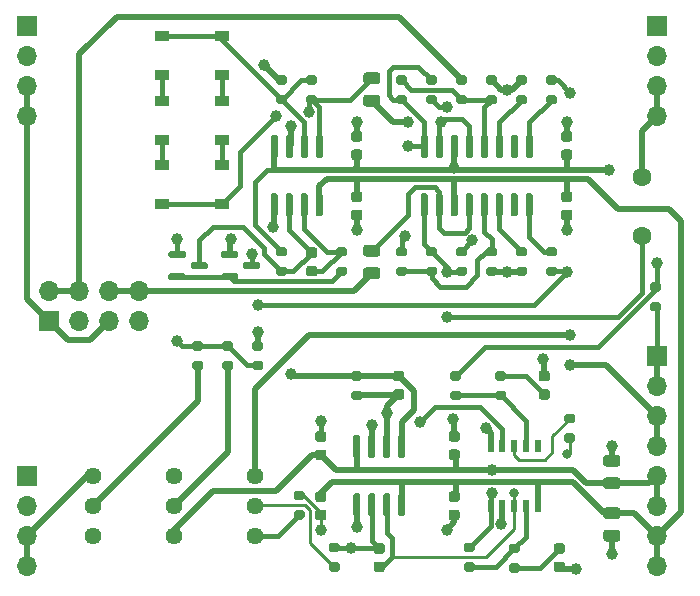
<source format=gtl>
G04 #@! TF.GenerationSoftware,KiCad,Pcbnew,6.0.5+dfsg-1~bpo11+1*
G04 #@! TF.CreationDate,2022-08-08T19:40:30+00:00*
G04 #@! TF.ProjectId,late_MS20_VCF_plug_in_board,6c617465-5f4d-4533-9230-5f5643465f70,0.1*
G04 #@! TF.SameCoordinates,Original*
G04 #@! TF.FileFunction,Copper,L1,Top*
G04 #@! TF.FilePolarity,Positive*
%FSLAX46Y46*%
G04 Gerber Fmt 4.6, Leading zero omitted, Abs format (unit mm)*
G04 Created by KiCad (PCBNEW 6.0.5+dfsg-1~bpo11+1) date 2022-08-08 19:40:30*
%MOMM*%
%LPD*%
G01*
G04 APERTURE LIST*
G04 #@! TA.AperFunction,ComponentPad*
%ADD10C,1.440000*%
G04 #@! TD*
G04 #@! TA.AperFunction,SMDPad,CuDef*
%ADD11R,1.200000X0.900000*%
G04 #@! TD*
G04 #@! TA.AperFunction,ComponentPad*
%ADD12C,1.600000*%
G04 #@! TD*
G04 #@! TA.AperFunction,ComponentPad*
%ADD13R,1.700000X1.700000*%
G04 #@! TD*
G04 #@! TA.AperFunction,ComponentPad*
%ADD14O,1.700000X1.700000*%
G04 #@! TD*
G04 #@! TA.AperFunction,SMDPad,CuDef*
%ADD15R,0.510000X1.100000*%
G04 #@! TD*
G04 #@! TA.AperFunction,ViaPad*
%ADD16C,1.000000*%
G04 #@! TD*
G04 #@! TA.AperFunction,ViaPad*
%ADD17C,0.800000*%
G04 #@! TD*
G04 #@! TA.AperFunction,Conductor*
%ADD18C,0.500000*%
G04 #@! TD*
G04 #@! TA.AperFunction,Conductor*
%ADD19C,0.290000*%
G04 #@! TD*
G04 #@! TA.AperFunction,Conductor*
%ADD20C,0.400000*%
G04 #@! TD*
G04 APERTURE END LIST*
G04 #@! TA.AperFunction,SMDPad,CuDef*
G36*
G01*
X167490000Y-84815000D02*
X167790000Y-84815000D01*
G75*
G02*
X167940000Y-84965000I0J-150000D01*
G01*
X167940000Y-86615000D01*
G75*
G02*
X167790000Y-86765000I-150000J0D01*
G01*
X167490000Y-86765000D01*
G75*
G02*
X167340000Y-86615000I0J150000D01*
G01*
X167340000Y-84965000D01*
G75*
G02*
X167490000Y-84815000I150000J0D01*
G01*
G37*
G04 #@! TD.AperFunction*
G04 #@! TA.AperFunction,SMDPad,CuDef*
G36*
G01*
X166220000Y-84815000D02*
X166520000Y-84815000D01*
G75*
G02*
X166670000Y-84965000I0J-150000D01*
G01*
X166670000Y-86615000D01*
G75*
G02*
X166520000Y-86765000I-150000J0D01*
G01*
X166220000Y-86765000D01*
G75*
G02*
X166070000Y-86615000I0J150000D01*
G01*
X166070000Y-84965000D01*
G75*
G02*
X166220000Y-84815000I150000J0D01*
G01*
G37*
G04 #@! TD.AperFunction*
G04 #@! TA.AperFunction,SMDPad,CuDef*
G36*
G01*
X164950000Y-84815000D02*
X165250000Y-84815000D01*
G75*
G02*
X165400000Y-84965000I0J-150000D01*
G01*
X165400000Y-86615000D01*
G75*
G02*
X165250000Y-86765000I-150000J0D01*
G01*
X164950000Y-86765000D01*
G75*
G02*
X164800000Y-86615000I0J150000D01*
G01*
X164800000Y-84965000D01*
G75*
G02*
X164950000Y-84815000I150000J0D01*
G01*
G37*
G04 #@! TD.AperFunction*
G04 #@! TA.AperFunction,SMDPad,CuDef*
G36*
G01*
X163680000Y-84815000D02*
X163980000Y-84815000D01*
G75*
G02*
X164130000Y-84965000I0J-150000D01*
G01*
X164130000Y-86615000D01*
G75*
G02*
X163980000Y-86765000I-150000J0D01*
G01*
X163680000Y-86765000D01*
G75*
G02*
X163530000Y-86615000I0J150000D01*
G01*
X163530000Y-84965000D01*
G75*
G02*
X163680000Y-84815000I150000J0D01*
G01*
G37*
G04 #@! TD.AperFunction*
G04 #@! TA.AperFunction,SMDPad,CuDef*
G36*
G01*
X162410000Y-84815000D02*
X162710000Y-84815000D01*
G75*
G02*
X162860000Y-84965000I0J-150000D01*
G01*
X162860000Y-86615000D01*
G75*
G02*
X162710000Y-86765000I-150000J0D01*
G01*
X162410000Y-86765000D01*
G75*
G02*
X162260000Y-86615000I0J150000D01*
G01*
X162260000Y-84965000D01*
G75*
G02*
X162410000Y-84815000I150000J0D01*
G01*
G37*
G04 #@! TD.AperFunction*
G04 #@! TA.AperFunction,SMDPad,CuDef*
G36*
G01*
X161140000Y-84815000D02*
X161440000Y-84815000D01*
G75*
G02*
X161590000Y-84965000I0J-150000D01*
G01*
X161590000Y-86615000D01*
G75*
G02*
X161440000Y-86765000I-150000J0D01*
G01*
X161140000Y-86765000D01*
G75*
G02*
X160990000Y-86615000I0J150000D01*
G01*
X160990000Y-84965000D01*
G75*
G02*
X161140000Y-84815000I150000J0D01*
G01*
G37*
G04 #@! TD.AperFunction*
G04 #@! TA.AperFunction,SMDPad,CuDef*
G36*
G01*
X159870000Y-84815000D02*
X160170000Y-84815000D01*
G75*
G02*
X160320000Y-84965000I0J-150000D01*
G01*
X160320000Y-86615000D01*
G75*
G02*
X160170000Y-86765000I-150000J0D01*
G01*
X159870000Y-86765000D01*
G75*
G02*
X159720000Y-86615000I0J150000D01*
G01*
X159720000Y-84965000D01*
G75*
G02*
X159870000Y-84815000I150000J0D01*
G01*
G37*
G04 #@! TD.AperFunction*
G04 #@! TA.AperFunction,SMDPad,CuDef*
G36*
G01*
X158600000Y-84815000D02*
X158900000Y-84815000D01*
G75*
G02*
X159050000Y-84965000I0J-150000D01*
G01*
X159050000Y-86615000D01*
G75*
G02*
X158900000Y-86765000I-150000J0D01*
G01*
X158600000Y-86765000D01*
G75*
G02*
X158450000Y-86615000I0J150000D01*
G01*
X158450000Y-84965000D01*
G75*
G02*
X158600000Y-84815000I150000J0D01*
G01*
G37*
G04 #@! TD.AperFunction*
G04 #@! TA.AperFunction,SMDPad,CuDef*
G36*
G01*
X158600000Y-89765000D02*
X158900000Y-89765000D01*
G75*
G02*
X159050000Y-89915000I0J-150000D01*
G01*
X159050000Y-91565000D01*
G75*
G02*
X158900000Y-91715000I-150000J0D01*
G01*
X158600000Y-91715000D01*
G75*
G02*
X158450000Y-91565000I0J150000D01*
G01*
X158450000Y-89915000D01*
G75*
G02*
X158600000Y-89765000I150000J0D01*
G01*
G37*
G04 #@! TD.AperFunction*
G04 #@! TA.AperFunction,SMDPad,CuDef*
G36*
G01*
X159870000Y-89765000D02*
X160170000Y-89765000D01*
G75*
G02*
X160320000Y-89915000I0J-150000D01*
G01*
X160320000Y-91565000D01*
G75*
G02*
X160170000Y-91715000I-150000J0D01*
G01*
X159870000Y-91715000D01*
G75*
G02*
X159720000Y-91565000I0J150000D01*
G01*
X159720000Y-89915000D01*
G75*
G02*
X159870000Y-89765000I150000J0D01*
G01*
G37*
G04 #@! TD.AperFunction*
G04 #@! TA.AperFunction,SMDPad,CuDef*
G36*
G01*
X161140000Y-89765000D02*
X161440000Y-89765000D01*
G75*
G02*
X161590000Y-89915000I0J-150000D01*
G01*
X161590000Y-91565000D01*
G75*
G02*
X161440000Y-91715000I-150000J0D01*
G01*
X161140000Y-91715000D01*
G75*
G02*
X160990000Y-91565000I0J150000D01*
G01*
X160990000Y-89915000D01*
G75*
G02*
X161140000Y-89765000I150000J0D01*
G01*
G37*
G04 #@! TD.AperFunction*
G04 #@! TA.AperFunction,SMDPad,CuDef*
G36*
G01*
X162410000Y-89765000D02*
X162710000Y-89765000D01*
G75*
G02*
X162860000Y-89915000I0J-150000D01*
G01*
X162860000Y-91565000D01*
G75*
G02*
X162710000Y-91715000I-150000J0D01*
G01*
X162410000Y-91715000D01*
G75*
G02*
X162260000Y-91565000I0J150000D01*
G01*
X162260000Y-89915000D01*
G75*
G02*
X162410000Y-89765000I150000J0D01*
G01*
G37*
G04 #@! TD.AperFunction*
G04 #@! TA.AperFunction,SMDPad,CuDef*
G36*
G01*
X163680000Y-89765000D02*
X163980000Y-89765000D01*
G75*
G02*
X164130000Y-89915000I0J-150000D01*
G01*
X164130000Y-91565000D01*
G75*
G02*
X163980000Y-91715000I-150000J0D01*
G01*
X163680000Y-91715000D01*
G75*
G02*
X163530000Y-91565000I0J150000D01*
G01*
X163530000Y-89915000D01*
G75*
G02*
X163680000Y-89765000I150000J0D01*
G01*
G37*
G04 #@! TD.AperFunction*
G04 #@! TA.AperFunction,SMDPad,CuDef*
G36*
G01*
X164950000Y-89765000D02*
X165250000Y-89765000D01*
G75*
G02*
X165400000Y-89915000I0J-150000D01*
G01*
X165400000Y-91565000D01*
G75*
G02*
X165250000Y-91715000I-150000J0D01*
G01*
X164950000Y-91715000D01*
G75*
G02*
X164800000Y-91565000I0J150000D01*
G01*
X164800000Y-89915000D01*
G75*
G02*
X164950000Y-89765000I150000J0D01*
G01*
G37*
G04 #@! TD.AperFunction*
G04 #@! TA.AperFunction,SMDPad,CuDef*
G36*
G01*
X166220000Y-89765000D02*
X166520000Y-89765000D01*
G75*
G02*
X166670000Y-89915000I0J-150000D01*
G01*
X166670000Y-91565000D01*
G75*
G02*
X166520000Y-91715000I-150000J0D01*
G01*
X166220000Y-91715000D01*
G75*
G02*
X166070000Y-91565000I0J150000D01*
G01*
X166070000Y-89915000D01*
G75*
G02*
X166220000Y-89765000I150000J0D01*
G01*
G37*
G04 #@! TD.AperFunction*
G04 #@! TA.AperFunction,SMDPad,CuDef*
G36*
G01*
X167490000Y-89765000D02*
X167790000Y-89765000D01*
G75*
G02*
X167940000Y-89915000I0J-150000D01*
G01*
X167940000Y-91565000D01*
G75*
G02*
X167790000Y-91715000I-150000J0D01*
G01*
X167490000Y-91715000D01*
G75*
G02*
X167340000Y-91565000I0J150000D01*
G01*
X167340000Y-89915000D01*
G75*
G02*
X167490000Y-89765000I150000J0D01*
G01*
G37*
G04 #@! TD.AperFunction*
G04 #@! TA.AperFunction,SMDPad,CuDef*
G36*
G01*
X161040000Y-109887000D02*
X161540000Y-109887000D01*
G75*
G02*
X161765000Y-110112000I0J-225000D01*
G01*
X161765000Y-110562000D01*
G75*
G02*
X161540000Y-110787000I-225000J0D01*
G01*
X161040000Y-110787000D01*
G75*
G02*
X160815000Y-110562000I0J225000D01*
G01*
X160815000Y-110112000D01*
G75*
G02*
X161040000Y-109887000I225000J0D01*
G01*
G37*
G04 #@! TD.AperFunction*
G04 #@! TA.AperFunction,SMDPad,CuDef*
G36*
G01*
X161040000Y-111437000D02*
X161540000Y-111437000D01*
G75*
G02*
X161765000Y-111662000I0J-225000D01*
G01*
X161765000Y-112112000D01*
G75*
G02*
X161540000Y-112337000I-225000J0D01*
G01*
X161040000Y-112337000D01*
G75*
G02*
X160815000Y-112112000I0J225000D01*
G01*
X160815000Y-111662000D01*
G75*
G02*
X161040000Y-111437000I225000J0D01*
G01*
G37*
G04 #@! TD.AperFunction*
G04 #@! TA.AperFunction,SMDPad,CuDef*
G36*
G01*
X149475000Y-96790000D02*
X148975000Y-96790000D01*
G75*
G02*
X148750000Y-96565000I0J225000D01*
G01*
X148750000Y-96115000D01*
G75*
G02*
X148975000Y-95890000I225000J0D01*
G01*
X149475000Y-95890000D01*
G75*
G02*
X149700000Y-96115000I0J-225000D01*
G01*
X149700000Y-96565000D01*
G75*
G02*
X149475000Y-96790000I-225000J0D01*
G01*
G37*
G04 #@! TD.AperFunction*
G04 #@! TA.AperFunction,SMDPad,CuDef*
G36*
G01*
X149475000Y-95240000D02*
X148975000Y-95240000D01*
G75*
G02*
X148750000Y-95015000I0J225000D01*
G01*
X148750000Y-94565000D01*
G75*
G02*
X148975000Y-94340000I225000J0D01*
G01*
X149475000Y-94340000D01*
G75*
G02*
X149700000Y-94565000I0J-225000D01*
G01*
X149700000Y-95015000D01*
G75*
G02*
X149475000Y-95240000I-225000J0D01*
G01*
G37*
G04 #@! TD.AperFunction*
G04 #@! TA.AperFunction,SMDPad,CuDef*
G36*
G01*
X164740000Y-82227500D02*
X164190000Y-82227500D01*
G75*
G02*
X163990000Y-82027500I0J200000D01*
G01*
X163990000Y-81627500D01*
G75*
G02*
X164190000Y-81427500I200000J0D01*
G01*
X164740000Y-81427500D01*
G75*
G02*
X164940000Y-81627500I0J-200000D01*
G01*
X164940000Y-82027500D01*
G75*
G02*
X164740000Y-82227500I-200000J0D01*
G01*
G37*
G04 #@! TD.AperFunction*
G04 #@! TA.AperFunction,SMDPad,CuDef*
G36*
G01*
X164740000Y-80577500D02*
X164190000Y-80577500D01*
G75*
G02*
X163990000Y-80377500I0J200000D01*
G01*
X163990000Y-79977500D01*
G75*
G02*
X164190000Y-79777500I200000J0D01*
G01*
X164740000Y-79777500D01*
G75*
G02*
X164940000Y-79977500I0J-200000D01*
G01*
X164940000Y-80377500D01*
G75*
G02*
X164740000Y-80577500I-200000J0D01*
G01*
G37*
G04 #@! TD.AperFunction*
G04 #@! TA.AperFunction,SMDPad,CuDef*
G36*
G01*
X156695000Y-110215000D02*
X156995000Y-110215000D01*
G75*
G02*
X157145000Y-110365000I0J-150000D01*
G01*
X157145000Y-112015000D01*
G75*
G02*
X156995000Y-112165000I-150000J0D01*
G01*
X156695000Y-112165000D01*
G75*
G02*
X156545000Y-112015000I0J150000D01*
G01*
X156545000Y-110365000D01*
G75*
G02*
X156695000Y-110215000I150000J0D01*
G01*
G37*
G04 #@! TD.AperFunction*
G04 #@! TA.AperFunction,SMDPad,CuDef*
G36*
G01*
X155425000Y-110215000D02*
X155725000Y-110215000D01*
G75*
G02*
X155875000Y-110365000I0J-150000D01*
G01*
X155875000Y-112015000D01*
G75*
G02*
X155725000Y-112165000I-150000J0D01*
G01*
X155425000Y-112165000D01*
G75*
G02*
X155275000Y-112015000I0J150000D01*
G01*
X155275000Y-110365000D01*
G75*
G02*
X155425000Y-110215000I150000J0D01*
G01*
G37*
G04 #@! TD.AperFunction*
G04 #@! TA.AperFunction,SMDPad,CuDef*
G36*
G01*
X154155000Y-110215000D02*
X154455000Y-110215000D01*
G75*
G02*
X154605000Y-110365000I0J-150000D01*
G01*
X154605000Y-112015000D01*
G75*
G02*
X154455000Y-112165000I-150000J0D01*
G01*
X154155000Y-112165000D01*
G75*
G02*
X154005000Y-112015000I0J150000D01*
G01*
X154005000Y-110365000D01*
G75*
G02*
X154155000Y-110215000I150000J0D01*
G01*
G37*
G04 #@! TD.AperFunction*
G04 #@! TA.AperFunction,SMDPad,CuDef*
G36*
G01*
X152885000Y-110215000D02*
X153185000Y-110215000D01*
G75*
G02*
X153335000Y-110365000I0J-150000D01*
G01*
X153335000Y-112015000D01*
G75*
G02*
X153185000Y-112165000I-150000J0D01*
G01*
X152885000Y-112165000D01*
G75*
G02*
X152735000Y-112015000I0J150000D01*
G01*
X152735000Y-110365000D01*
G75*
G02*
X152885000Y-110215000I150000J0D01*
G01*
G37*
G04 #@! TD.AperFunction*
G04 #@! TA.AperFunction,SMDPad,CuDef*
G36*
G01*
X152885000Y-115165000D02*
X153185000Y-115165000D01*
G75*
G02*
X153335000Y-115315000I0J-150000D01*
G01*
X153335000Y-116965000D01*
G75*
G02*
X153185000Y-117115000I-150000J0D01*
G01*
X152885000Y-117115000D01*
G75*
G02*
X152735000Y-116965000I0J150000D01*
G01*
X152735000Y-115315000D01*
G75*
G02*
X152885000Y-115165000I150000J0D01*
G01*
G37*
G04 #@! TD.AperFunction*
G04 #@! TA.AperFunction,SMDPad,CuDef*
G36*
G01*
X154155000Y-115165000D02*
X154455000Y-115165000D01*
G75*
G02*
X154605000Y-115315000I0J-150000D01*
G01*
X154605000Y-116965000D01*
G75*
G02*
X154455000Y-117115000I-150000J0D01*
G01*
X154155000Y-117115000D01*
G75*
G02*
X154005000Y-116965000I0J150000D01*
G01*
X154005000Y-115315000D01*
G75*
G02*
X154155000Y-115165000I150000J0D01*
G01*
G37*
G04 #@! TD.AperFunction*
G04 #@! TA.AperFunction,SMDPad,CuDef*
G36*
G01*
X155425000Y-115165000D02*
X155725000Y-115165000D01*
G75*
G02*
X155875000Y-115315000I0J-150000D01*
G01*
X155875000Y-116965000D01*
G75*
G02*
X155725000Y-117115000I-150000J0D01*
G01*
X155425000Y-117115000D01*
G75*
G02*
X155275000Y-116965000I0J150000D01*
G01*
X155275000Y-115315000D01*
G75*
G02*
X155425000Y-115165000I150000J0D01*
G01*
G37*
G04 #@! TD.AperFunction*
G04 #@! TA.AperFunction,SMDPad,CuDef*
G36*
G01*
X156695000Y-115165000D02*
X156995000Y-115165000D01*
G75*
G02*
X157145000Y-115315000I0J-150000D01*
G01*
X157145000Y-116965000D01*
G75*
G02*
X156995000Y-117115000I-150000J0D01*
G01*
X156695000Y-117115000D01*
G75*
G02*
X156545000Y-116965000I0J150000D01*
G01*
X156545000Y-115315000D01*
G75*
G02*
X156695000Y-115165000I150000J0D01*
G01*
G37*
G04 #@! TD.AperFunction*
G04 #@! TA.AperFunction,SMDPad,CuDef*
G36*
G01*
X152785000Y-84487000D02*
X153285000Y-84487000D01*
G75*
G02*
X153510000Y-84712000I0J-225000D01*
G01*
X153510000Y-85162000D01*
G75*
G02*
X153285000Y-85387000I-225000J0D01*
G01*
X152785000Y-85387000D01*
G75*
G02*
X152560000Y-85162000I0J225000D01*
G01*
X152560000Y-84712000D01*
G75*
G02*
X152785000Y-84487000I225000J0D01*
G01*
G37*
G04 #@! TD.AperFunction*
G04 #@! TA.AperFunction,SMDPad,CuDef*
G36*
G01*
X152785000Y-86037000D02*
X153285000Y-86037000D01*
G75*
G02*
X153510000Y-86262000I0J-225000D01*
G01*
X153510000Y-86712000D01*
G75*
G02*
X153285000Y-86937000I-225000J0D01*
G01*
X152785000Y-86937000D01*
G75*
G02*
X152560000Y-86712000I0J225000D01*
G01*
X152560000Y-86262000D01*
G75*
G02*
X152785000Y-86037000I225000J0D01*
G01*
G37*
G04 #@! TD.AperFunction*
D10*
X137541000Y-118745000D03*
X137541000Y-116205000D03*
X137541000Y-113665000D03*
G04 #@! TA.AperFunction,SMDPad,CuDef*
G36*
G01*
X141532500Y-95085000D02*
X141532500Y-94785000D01*
G75*
G02*
X141682500Y-94635000I150000J0D01*
G01*
X142857500Y-94635000D01*
G75*
G02*
X143007500Y-94785000I0J-150000D01*
G01*
X143007500Y-95085000D01*
G75*
G02*
X142857500Y-95235000I-150000J0D01*
G01*
X141682500Y-95235000D01*
G75*
G02*
X141532500Y-95085000I0J150000D01*
G01*
G37*
G04 #@! TD.AperFunction*
G04 #@! TA.AperFunction,SMDPad,CuDef*
G36*
G01*
X141532500Y-96985000D02*
X141532500Y-96685000D01*
G75*
G02*
X141682500Y-96535000I150000J0D01*
G01*
X142857500Y-96535000D01*
G75*
G02*
X143007500Y-96685000I0J-150000D01*
G01*
X143007500Y-96985000D01*
G75*
G02*
X142857500Y-97135000I-150000J0D01*
G01*
X141682500Y-97135000D01*
G75*
G02*
X141532500Y-96985000I0J150000D01*
G01*
G37*
G04 #@! TD.AperFunction*
G04 #@! TA.AperFunction,SMDPad,CuDef*
G36*
G01*
X143407500Y-96035000D02*
X143407500Y-95735000D01*
G75*
G02*
X143557500Y-95585000I150000J0D01*
G01*
X144732500Y-95585000D01*
G75*
G02*
X144882500Y-95735000I0J-150000D01*
G01*
X144882500Y-96035000D01*
G75*
G02*
X144732500Y-96185000I-150000J0D01*
G01*
X143557500Y-96185000D01*
G75*
G02*
X143407500Y-96035000I0J150000D01*
G01*
G37*
G04 #@! TD.AperFunction*
G04 #@! TA.AperFunction,SMDPad,CuDef*
G36*
G01*
X147883200Y-114929200D02*
X148433200Y-114929200D01*
G75*
G02*
X148633200Y-115129200I0J-200000D01*
G01*
X148633200Y-115529200D01*
G75*
G02*
X148433200Y-115729200I-200000J0D01*
G01*
X147883200Y-115729200D01*
G75*
G02*
X147683200Y-115529200I0J200000D01*
G01*
X147683200Y-115129200D01*
G75*
G02*
X147883200Y-114929200I200000J0D01*
G01*
G37*
G04 #@! TD.AperFunction*
G04 #@! TA.AperFunction,SMDPad,CuDef*
G36*
G01*
X147883200Y-116579200D02*
X148433200Y-116579200D01*
G75*
G02*
X148633200Y-116779200I0J-200000D01*
G01*
X148633200Y-117179200D01*
G75*
G02*
X148433200Y-117379200I-200000J0D01*
G01*
X147883200Y-117379200D01*
G75*
G02*
X147683200Y-117179200I0J200000D01*
G01*
X147683200Y-116779200D01*
G75*
G02*
X147883200Y-116579200I200000J0D01*
G01*
G37*
G04 #@! TD.AperFunction*
G04 #@! TA.AperFunction,SMDPad,CuDef*
G36*
G01*
X166730000Y-94302500D02*
X167280000Y-94302500D01*
G75*
G02*
X167480000Y-94502500I0J-200000D01*
G01*
X167480000Y-94902500D01*
G75*
G02*
X167280000Y-95102500I-200000J0D01*
G01*
X166730000Y-95102500D01*
G75*
G02*
X166530000Y-94902500I0J200000D01*
G01*
X166530000Y-94502500D01*
G75*
G02*
X166730000Y-94302500I200000J0D01*
G01*
G37*
G04 #@! TD.AperFunction*
G04 #@! TA.AperFunction,SMDPad,CuDef*
G36*
G01*
X166730000Y-95952500D02*
X167280000Y-95952500D01*
G75*
G02*
X167480000Y-96152500I0J-200000D01*
G01*
X167480000Y-96552500D01*
G75*
G02*
X167280000Y-96752500I-200000J0D01*
G01*
X166730000Y-96752500D01*
G75*
G02*
X166530000Y-96552500I0J200000D01*
G01*
X166530000Y-96152500D01*
G75*
G02*
X166730000Y-95952500I200000J0D01*
G01*
G37*
G04 #@! TD.AperFunction*
G04 #@! TA.AperFunction,SMDPad,CuDef*
G36*
G01*
X162835000Y-121795000D02*
X162285000Y-121795000D01*
G75*
G02*
X162085000Y-121595000I0J200000D01*
G01*
X162085000Y-121195000D01*
G75*
G02*
X162285000Y-120995000I200000J0D01*
G01*
X162835000Y-120995000D01*
G75*
G02*
X163035000Y-121195000I0J-200000D01*
G01*
X163035000Y-121595000D01*
G75*
G02*
X162835000Y-121795000I-200000J0D01*
G01*
G37*
G04 #@! TD.AperFunction*
G04 #@! TA.AperFunction,SMDPad,CuDef*
G36*
G01*
X162835000Y-120145000D02*
X162285000Y-120145000D01*
G75*
G02*
X162085000Y-119945000I0J200000D01*
G01*
X162085000Y-119545000D01*
G75*
G02*
X162285000Y-119345000I200000J0D01*
G01*
X162835000Y-119345000D01*
G75*
G02*
X163035000Y-119545000I0J-200000D01*
G01*
X163035000Y-119945000D01*
G75*
G02*
X162835000Y-120145000I-200000J0D01*
G01*
G37*
G04 #@! TD.AperFunction*
G04 #@! TA.AperFunction,SMDPad,CuDef*
G36*
G01*
X159660000Y-82227500D02*
X159110000Y-82227500D01*
G75*
G02*
X158910000Y-82027500I0J200000D01*
G01*
X158910000Y-81627500D01*
G75*
G02*
X159110000Y-81427500I200000J0D01*
G01*
X159660000Y-81427500D01*
G75*
G02*
X159860000Y-81627500I0J-200000D01*
G01*
X159860000Y-82027500D01*
G75*
G02*
X159660000Y-82227500I-200000J0D01*
G01*
G37*
G04 #@! TD.AperFunction*
G04 #@! TA.AperFunction,SMDPad,CuDef*
G36*
G01*
X159660000Y-80577500D02*
X159110000Y-80577500D01*
G75*
G02*
X158910000Y-80377500I0J200000D01*
G01*
X158910000Y-79977500D01*
G75*
G02*
X159110000Y-79777500I200000J0D01*
G01*
X159660000Y-79777500D01*
G75*
G02*
X159860000Y-79977500I0J-200000D01*
G01*
X159860000Y-80377500D01*
G75*
G02*
X159660000Y-80577500I-200000J0D01*
G01*
G37*
G04 #@! TD.AperFunction*
G04 #@! TA.AperFunction,SMDPad,CuDef*
G36*
G01*
X170565000Y-89593000D02*
X171065000Y-89593000D01*
G75*
G02*
X171290000Y-89818000I0J-225000D01*
G01*
X171290000Y-90268000D01*
G75*
G02*
X171065000Y-90493000I-225000J0D01*
G01*
X170565000Y-90493000D01*
G75*
G02*
X170340000Y-90268000I0J225000D01*
G01*
X170340000Y-89818000D01*
G75*
G02*
X170565000Y-89593000I225000J0D01*
G01*
G37*
G04 #@! TD.AperFunction*
G04 #@! TA.AperFunction,SMDPad,CuDef*
G36*
G01*
X170565000Y-91143000D02*
X171065000Y-91143000D01*
G75*
G02*
X171290000Y-91368000I0J-225000D01*
G01*
X171290000Y-91818000D01*
G75*
G02*
X171065000Y-92043000I-225000J0D01*
G01*
X170565000Y-92043000D01*
G75*
G02*
X170340000Y-91818000I0J225000D01*
G01*
X170340000Y-91368000D01*
G75*
G02*
X170565000Y-91143000I225000J0D01*
G01*
G37*
G04 #@! TD.AperFunction*
D11*
X136525000Y-90675000D03*
X136525000Y-87375000D03*
G04 #@! TA.AperFunction,SMDPad,CuDef*
G36*
G01*
X162200000Y-82227500D02*
X161650000Y-82227500D01*
G75*
G02*
X161450000Y-82027500I0J200000D01*
G01*
X161450000Y-81627500D01*
G75*
G02*
X161650000Y-81427500I200000J0D01*
G01*
X162200000Y-81427500D01*
G75*
G02*
X162400000Y-81627500I0J-200000D01*
G01*
X162400000Y-82027500D01*
G75*
G02*
X162200000Y-82227500I-200000J0D01*
G01*
G37*
G04 #@! TD.AperFunction*
G04 #@! TA.AperFunction,SMDPad,CuDef*
G36*
G01*
X162200000Y-80577500D02*
X161650000Y-80577500D01*
G75*
G02*
X161450000Y-80377500I0J200000D01*
G01*
X161450000Y-79977500D01*
G75*
G02*
X161650000Y-79777500I200000J0D01*
G01*
X162200000Y-79777500D01*
G75*
G02*
X162400000Y-79977500I0J-200000D01*
G01*
X162400000Y-80377500D01*
G75*
G02*
X162200000Y-80577500I-200000J0D01*
G01*
G37*
G04 #@! TD.AperFunction*
G04 #@! TA.AperFunction,SMDPad,CuDef*
G36*
G01*
X165502000Y-107270000D02*
X164952000Y-107270000D01*
G75*
G02*
X164752000Y-107070000I0J200000D01*
G01*
X164752000Y-106670000D01*
G75*
G02*
X164952000Y-106470000I200000J0D01*
G01*
X165502000Y-106470000D01*
G75*
G02*
X165702000Y-106670000I0J-200000D01*
G01*
X165702000Y-107070000D01*
G75*
G02*
X165502000Y-107270000I-200000J0D01*
G01*
G37*
G04 #@! TD.AperFunction*
G04 #@! TA.AperFunction,SMDPad,CuDef*
G36*
G01*
X165502000Y-105620000D02*
X164952000Y-105620000D01*
G75*
G02*
X164752000Y-105420000I0J200000D01*
G01*
X164752000Y-105020000D01*
G75*
G02*
X164952000Y-104820000I200000J0D01*
G01*
X165502000Y-104820000D01*
G75*
G02*
X165702000Y-105020000I0J-200000D01*
G01*
X165702000Y-105420000D01*
G75*
G02*
X165502000Y-105620000I-200000J0D01*
G01*
G37*
G04 #@! TD.AperFunction*
G04 #@! TA.AperFunction,SMDPad,CuDef*
G36*
G01*
X174150000Y-116340000D02*
X175100000Y-116340000D01*
G75*
G02*
X175350000Y-116590000I0J-250000D01*
G01*
X175350000Y-117090000D01*
G75*
G02*
X175100000Y-117340000I-250000J0D01*
G01*
X174150000Y-117340000D01*
G75*
G02*
X173900000Y-117090000I0J250000D01*
G01*
X173900000Y-116590000D01*
G75*
G02*
X174150000Y-116340000I250000J0D01*
G01*
G37*
G04 #@! TD.AperFunction*
G04 #@! TA.AperFunction,SMDPad,CuDef*
G36*
G01*
X174150000Y-118240000D02*
X175100000Y-118240000D01*
G75*
G02*
X175350000Y-118490000I0J-250000D01*
G01*
X175350000Y-118990000D01*
G75*
G02*
X175100000Y-119240000I-250000J0D01*
G01*
X174150000Y-119240000D01*
G75*
G02*
X173900000Y-118990000I0J250000D01*
G01*
X173900000Y-118490000D01*
G75*
G02*
X174150000Y-118240000I250000J0D01*
G01*
G37*
G04 #@! TD.AperFunction*
G04 #@! TA.AperFunction,SMDPad,CuDef*
G36*
G01*
X155190000Y-121832500D02*
X154690000Y-121832500D01*
G75*
G02*
X154465000Y-121607500I0J225000D01*
G01*
X154465000Y-121157500D01*
G75*
G02*
X154690000Y-120932500I225000J0D01*
G01*
X155190000Y-120932500D01*
G75*
G02*
X155415000Y-121157500I0J-225000D01*
G01*
X155415000Y-121607500D01*
G75*
G02*
X155190000Y-121832500I-225000J0D01*
G01*
G37*
G04 #@! TD.AperFunction*
G04 #@! TA.AperFunction,SMDPad,CuDef*
G36*
G01*
X155190000Y-120282500D02*
X154690000Y-120282500D01*
G75*
G02*
X154465000Y-120057500I0J225000D01*
G01*
X154465000Y-119607500D01*
G75*
G02*
X154690000Y-119382500I225000J0D01*
G01*
X155190000Y-119382500D01*
G75*
G02*
X155415000Y-119607500I0J-225000D01*
G01*
X155415000Y-120057500D01*
G75*
G02*
X155190000Y-120282500I-225000J0D01*
G01*
G37*
G04 #@! TD.AperFunction*
G04 #@! TA.AperFunction,SMDPad,CuDef*
G36*
G01*
X178608400Y-99751600D02*
X178058400Y-99751600D01*
G75*
G02*
X177858400Y-99551600I0J200000D01*
G01*
X177858400Y-99151600D01*
G75*
G02*
X178058400Y-98951600I200000J0D01*
G01*
X178608400Y-98951600D01*
G75*
G02*
X178808400Y-99151600I0J-200000D01*
G01*
X178808400Y-99551600D01*
G75*
G02*
X178608400Y-99751600I-200000J0D01*
G01*
G37*
G04 #@! TD.AperFunction*
G04 #@! TA.AperFunction,SMDPad,CuDef*
G36*
G01*
X178608400Y-98101600D02*
X178058400Y-98101600D01*
G75*
G02*
X177858400Y-97901600I0J200000D01*
G01*
X177858400Y-97501600D01*
G75*
G02*
X178058400Y-97301600I200000J0D01*
G01*
X178608400Y-97301600D01*
G75*
G02*
X178808400Y-97501600I0J-200000D01*
G01*
X178808400Y-97901600D01*
G75*
G02*
X178608400Y-98101600I-200000J0D01*
G01*
G37*
G04 #@! TD.AperFunction*
G04 #@! TA.AperFunction,SMDPad,CuDef*
G36*
G01*
X149737000Y-114993000D02*
X150237000Y-114993000D01*
G75*
G02*
X150462000Y-115218000I0J-225000D01*
G01*
X150462000Y-115668000D01*
G75*
G02*
X150237000Y-115893000I-225000J0D01*
G01*
X149737000Y-115893000D01*
G75*
G02*
X149512000Y-115668000I0J225000D01*
G01*
X149512000Y-115218000D01*
G75*
G02*
X149737000Y-114993000I225000J0D01*
G01*
G37*
G04 #@! TD.AperFunction*
G04 #@! TA.AperFunction,SMDPad,CuDef*
G36*
G01*
X149737000Y-116543000D02*
X150237000Y-116543000D01*
G75*
G02*
X150462000Y-116768000I0J-225000D01*
G01*
X150462000Y-117218000D01*
G75*
G02*
X150237000Y-117443000I-225000J0D01*
G01*
X149737000Y-117443000D01*
G75*
G02*
X149512000Y-117218000I0J225000D01*
G01*
X149512000Y-116768000D01*
G75*
G02*
X149737000Y-116543000I225000J0D01*
G01*
G37*
G04 #@! TD.AperFunction*
G04 #@! TA.AperFunction,SMDPad,CuDef*
G36*
G01*
X169930000Y-119382500D02*
X170430000Y-119382500D01*
G75*
G02*
X170655000Y-119607500I0J-225000D01*
G01*
X170655000Y-120057500D01*
G75*
G02*
X170430000Y-120282500I-225000J0D01*
G01*
X169930000Y-120282500D01*
G75*
G02*
X169705000Y-120057500I0J225000D01*
G01*
X169705000Y-119607500D01*
G75*
G02*
X169930000Y-119382500I225000J0D01*
G01*
G37*
G04 #@! TD.AperFunction*
G04 #@! TA.AperFunction,SMDPad,CuDef*
G36*
G01*
X169930000Y-120932500D02*
X170430000Y-120932500D01*
G75*
G02*
X170655000Y-121157500I0J-225000D01*
G01*
X170655000Y-121607500D01*
G75*
G02*
X170430000Y-121832500I-225000J0D01*
G01*
X169930000Y-121832500D01*
G75*
G02*
X169705000Y-121607500I0J225000D01*
G01*
X169705000Y-121157500D01*
G75*
G02*
X169930000Y-120932500I225000J0D01*
G01*
G37*
G04 #@! TD.AperFunction*
G04 #@! TA.AperFunction,SMDPad,CuDef*
G36*
G01*
X161040000Y-114993000D02*
X161540000Y-114993000D01*
G75*
G02*
X161765000Y-115218000I0J-225000D01*
G01*
X161765000Y-115668000D01*
G75*
G02*
X161540000Y-115893000I-225000J0D01*
G01*
X161040000Y-115893000D01*
G75*
G02*
X160815000Y-115668000I0J225000D01*
G01*
X160815000Y-115218000D01*
G75*
G02*
X161040000Y-114993000I225000J0D01*
G01*
G37*
G04 #@! TD.AperFunction*
G04 #@! TA.AperFunction,SMDPad,CuDef*
G36*
G01*
X161040000Y-116543000D02*
X161540000Y-116543000D01*
G75*
G02*
X161765000Y-116768000I0J-225000D01*
G01*
X161765000Y-117218000D01*
G75*
G02*
X161540000Y-117443000I-225000J0D01*
G01*
X161040000Y-117443000D01*
G75*
G02*
X160815000Y-117218000I0J225000D01*
G01*
X160815000Y-116768000D01*
G75*
G02*
X161040000Y-116543000I225000J0D01*
G01*
G37*
G04 #@! TD.AperFunction*
D10*
X130683000Y-118745000D03*
X130683000Y-116205000D03*
X130683000Y-113665000D03*
G04 #@! TA.AperFunction,SMDPad,CuDef*
G36*
G01*
X148950000Y-79777500D02*
X149500000Y-79777500D01*
G75*
G02*
X149700000Y-79977500I0J-200000D01*
G01*
X149700000Y-80377500D01*
G75*
G02*
X149500000Y-80577500I-200000J0D01*
G01*
X148950000Y-80577500D01*
G75*
G02*
X148750000Y-80377500I0J200000D01*
G01*
X148750000Y-79977500D01*
G75*
G02*
X148950000Y-79777500I200000J0D01*
G01*
G37*
G04 #@! TD.AperFunction*
G04 #@! TA.AperFunction,SMDPad,CuDef*
G36*
G01*
X148950000Y-81427500D02*
X149500000Y-81427500D01*
G75*
G02*
X149700000Y-81627500I0J-200000D01*
G01*
X149700000Y-82027500D01*
G75*
G02*
X149500000Y-82227500I-200000J0D01*
G01*
X148950000Y-82227500D01*
G75*
G02*
X148750000Y-82027500I0J200000D01*
G01*
X148750000Y-81627500D01*
G75*
G02*
X148950000Y-81427500I200000J0D01*
G01*
G37*
G04 #@! TD.AperFunction*
G04 #@! TA.AperFunction,SMDPad,CuDef*
G36*
G01*
X151490000Y-94302500D02*
X152040000Y-94302500D01*
G75*
G02*
X152240000Y-94502500I0J-200000D01*
G01*
X152240000Y-94902500D01*
G75*
G02*
X152040000Y-95102500I-200000J0D01*
G01*
X151490000Y-95102500D01*
G75*
G02*
X151290000Y-94902500I0J200000D01*
G01*
X151290000Y-94502500D01*
G75*
G02*
X151490000Y-94302500I200000J0D01*
G01*
G37*
G04 #@! TD.AperFunction*
G04 #@! TA.AperFunction,SMDPad,CuDef*
G36*
G01*
X151490000Y-95952500D02*
X152040000Y-95952500D01*
G75*
G02*
X152240000Y-96152500I0J-200000D01*
G01*
X152240000Y-96552500D01*
G75*
G02*
X152040000Y-96752500I-200000J0D01*
G01*
X151490000Y-96752500D01*
G75*
G02*
X151290000Y-96552500I0J200000D01*
G01*
X151290000Y-96152500D01*
G75*
G02*
X151490000Y-95952500I200000J0D01*
G01*
G37*
G04 #@! TD.AperFunction*
G04 #@! TA.AperFunction,SMDPad,CuDef*
G36*
G01*
X149737000Y-109900000D02*
X150237000Y-109900000D01*
G75*
G02*
X150462000Y-110125000I0J-225000D01*
G01*
X150462000Y-110575000D01*
G75*
G02*
X150237000Y-110800000I-225000J0D01*
G01*
X149737000Y-110800000D01*
G75*
G02*
X149512000Y-110575000I0J225000D01*
G01*
X149512000Y-110125000D01*
G75*
G02*
X149737000Y-109900000I225000J0D01*
G01*
G37*
G04 #@! TD.AperFunction*
G04 #@! TA.AperFunction,SMDPad,CuDef*
G36*
G01*
X149737000Y-111450000D02*
X150237000Y-111450000D01*
G75*
G02*
X150462000Y-111675000I0J-225000D01*
G01*
X150462000Y-112125000D01*
G75*
G02*
X150237000Y-112350000I-225000J0D01*
G01*
X149737000Y-112350000D01*
G75*
G02*
X149512000Y-112125000I0J225000D01*
G01*
X149512000Y-111675000D01*
G75*
G02*
X149737000Y-111450000I225000J0D01*
G01*
G37*
G04 #@! TD.AperFunction*
G04 #@! TA.AperFunction,SMDPad,CuDef*
G36*
G01*
X154780000Y-82415000D02*
X153830000Y-82415000D01*
G75*
G02*
X153580000Y-82165000I0J250000D01*
G01*
X153580000Y-81665000D01*
G75*
G02*
X153830000Y-81415000I250000J0D01*
G01*
X154780000Y-81415000D01*
G75*
G02*
X155030000Y-81665000I0J-250000D01*
G01*
X155030000Y-82165000D01*
G75*
G02*
X154780000Y-82415000I-250000J0D01*
G01*
G37*
G04 #@! TD.AperFunction*
G04 #@! TA.AperFunction,SMDPad,CuDef*
G36*
G01*
X154780000Y-80515000D02*
X153830000Y-80515000D01*
G75*
G02*
X153580000Y-80265000I0J250000D01*
G01*
X153580000Y-79765000D01*
G75*
G02*
X153830000Y-79515000I250000J0D01*
G01*
X154780000Y-79515000D01*
G75*
G02*
X155030000Y-79765000I0J-250000D01*
G01*
X155030000Y-80265000D01*
G75*
G02*
X154780000Y-80515000I-250000J0D01*
G01*
G37*
G04 #@! TD.AperFunction*
D12*
X177165000Y-88345000D03*
X177165000Y-93345000D03*
G04 #@! TA.AperFunction,SMDPad,CuDef*
G36*
G01*
X146960000Y-82227500D02*
X146410000Y-82227500D01*
G75*
G02*
X146210000Y-82027500I0J200000D01*
G01*
X146210000Y-81627500D01*
G75*
G02*
X146410000Y-81427500I200000J0D01*
G01*
X146960000Y-81427500D01*
G75*
G02*
X147160000Y-81627500I0J-200000D01*
G01*
X147160000Y-82027500D01*
G75*
G02*
X146960000Y-82227500I-200000J0D01*
G01*
G37*
G04 #@! TD.AperFunction*
G04 #@! TA.AperFunction,SMDPad,CuDef*
G36*
G01*
X146960000Y-80577500D02*
X146410000Y-80577500D01*
G75*
G02*
X146210000Y-80377500I0J200000D01*
G01*
X146210000Y-79977500D01*
G75*
G02*
X146410000Y-79777500I200000J0D01*
G01*
X146960000Y-79777500D01*
G75*
G02*
X147160000Y-79977500I0J-200000D01*
G01*
X147160000Y-80377500D01*
G75*
G02*
X146960000Y-80577500I-200000J0D01*
G01*
G37*
G04 #@! TD.AperFunction*
G04 #@! TA.AperFunction,SMDPad,CuDef*
G36*
G01*
X149710000Y-84815000D02*
X150010000Y-84815000D01*
G75*
G02*
X150160000Y-84965000I0J-150000D01*
G01*
X150160000Y-86615000D01*
G75*
G02*
X150010000Y-86765000I-150000J0D01*
G01*
X149710000Y-86765000D01*
G75*
G02*
X149560000Y-86615000I0J150000D01*
G01*
X149560000Y-84965000D01*
G75*
G02*
X149710000Y-84815000I150000J0D01*
G01*
G37*
G04 #@! TD.AperFunction*
G04 #@! TA.AperFunction,SMDPad,CuDef*
G36*
G01*
X148440000Y-84815000D02*
X148740000Y-84815000D01*
G75*
G02*
X148890000Y-84965000I0J-150000D01*
G01*
X148890000Y-86615000D01*
G75*
G02*
X148740000Y-86765000I-150000J0D01*
G01*
X148440000Y-86765000D01*
G75*
G02*
X148290000Y-86615000I0J150000D01*
G01*
X148290000Y-84965000D01*
G75*
G02*
X148440000Y-84815000I150000J0D01*
G01*
G37*
G04 #@! TD.AperFunction*
G04 #@! TA.AperFunction,SMDPad,CuDef*
G36*
G01*
X147170000Y-84815000D02*
X147470000Y-84815000D01*
G75*
G02*
X147620000Y-84965000I0J-150000D01*
G01*
X147620000Y-86615000D01*
G75*
G02*
X147470000Y-86765000I-150000J0D01*
G01*
X147170000Y-86765000D01*
G75*
G02*
X147020000Y-86615000I0J150000D01*
G01*
X147020000Y-84965000D01*
G75*
G02*
X147170000Y-84815000I150000J0D01*
G01*
G37*
G04 #@! TD.AperFunction*
G04 #@! TA.AperFunction,SMDPad,CuDef*
G36*
G01*
X145900000Y-84815000D02*
X146200000Y-84815000D01*
G75*
G02*
X146350000Y-84965000I0J-150000D01*
G01*
X146350000Y-86615000D01*
G75*
G02*
X146200000Y-86765000I-150000J0D01*
G01*
X145900000Y-86765000D01*
G75*
G02*
X145750000Y-86615000I0J150000D01*
G01*
X145750000Y-84965000D01*
G75*
G02*
X145900000Y-84815000I150000J0D01*
G01*
G37*
G04 #@! TD.AperFunction*
G04 #@! TA.AperFunction,SMDPad,CuDef*
G36*
G01*
X145900000Y-89765000D02*
X146200000Y-89765000D01*
G75*
G02*
X146350000Y-89915000I0J-150000D01*
G01*
X146350000Y-91565000D01*
G75*
G02*
X146200000Y-91715000I-150000J0D01*
G01*
X145900000Y-91715000D01*
G75*
G02*
X145750000Y-91565000I0J150000D01*
G01*
X145750000Y-89915000D01*
G75*
G02*
X145900000Y-89765000I150000J0D01*
G01*
G37*
G04 #@! TD.AperFunction*
G04 #@! TA.AperFunction,SMDPad,CuDef*
G36*
G01*
X147170000Y-89765000D02*
X147470000Y-89765000D01*
G75*
G02*
X147620000Y-89915000I0J-150000D01*
G01*
X147620000Y-91565000D01*
G75*
G02*
X147470000Y-91715000I-150000J0D01*
G01*
X147170000Y-91715000D01*
G75*
G02*
X147020000Y-91565000I0J150000D01*
G01*
X147020000Y-89915000D01*
G75*
G02*
X147170000Y-89765000I150000J0D01*
G01*
G37*
G04 #@! TD.AperFunction*
G04 #@! TA.AperFunction,SMDPad,CuDef*
G36*
G01*
X148440000Y-89765000D02*
X148740000Y-89765000D01*
G75*
G02*
X148890000Y-89915000I0J-150000D01*
G01*
X148890000Y-91565000D01*
G75*
G02*
X148740000Y-91715000I-150000J0D01*
G01*
X148440000Y-91715000D01*
G75*
G02*
X148290000Y-91565000I0J150000D01*
G01*
X148290000Y-89915000D01*
G75*
G02*
X148440000Y-89765000I150000J0D01*
G01*
G37*
G04 #@! TD.AperFunction*
G04 #@! TA.AperFunction,SMDPad,CuDef*
G36*
G01*
X149710000Y-89765000D02*
X150010000Y-89765000D01*
G75*
G02*
X150160000Y-89915000I0J-150000D01*
G01*
X150160000Y-91565000D01*
G75*
G02*
X150010000Y-91715000I-150000J0D01*
G01*
X149710000Y-91715000D01*
G75*
G02*
X149560000Y-91565000I0J150000D01*
G01*
X149560000Y-89915000D01*
G75*
G02*
X149710000Y-89765000I150000J0D01*
G01*
G37*
G04 #@! TD.AperFunction*
G04 #@! TA.AperFunction,SMDPad,CuDef*
G36*
G01*
X139298000Y-102280000D02*
X139848000Y-102280000D01*
G75*
G02*
X140048000Y-102480000I0J-200000D01*
G01*
X140048000Y-102880000D01*
G75*
G02*
X139848000Y-103080000I-200000J0D01*
G01*
X139298000Y-103080000D01*
G75*
G02*
X139098000Y-102880000I0J200000D01*
G01*
X139098000Y-102480000D01*
G75*
G02*
X139298000Y-102280000I200000J0D01*
G01*
G37*
G04 #@! TD.AperFunction*
G04 #@! TA.AperFunction,SMDPad,CuDef*
G36*
G01*
X139298000Y-103930000D02*
X139848000Y-103930000D01*
G75*
G02*
X140048000Y-104130000I0J-200000D01*
G01*
X140048000Y-104530000D01*
G75*
G02*
X139848000Y-104730000I-200000J0D01*
G01*
X139298000Y-104730000D01*
G75*
G02*
X139098000Y-104530000I0J200000D01*
G01*
X139098000Y-104130000D01*
G75*
G02*
X139298000Y-103930000I200000J0D01*
G01*
G37*
G04 #@! TD.AperFunction*
G04 #@! TA.AperFunction,SMDPad,CuDef*
G36*
G01*
X174150000Y-111900000D02*
X175100000Y-111900000D01*
G75*
G02*
X175350000Y-112150000I0J-250000D01*
G01*
X175350000Y-112650000D01*
G75*
G02*
X175100000Y-112900000I-250000J0D01*
G01*
X174150000Y-112900000D01*
G75*
G02*
X173900000Y-112650000I0J250000D01*
G01*
X173900000Y-112150000D01*
G75*
G02*
X174150000Y-111900000I250000J0D01*
G01*
G37*
G04 #@! TD.AperFunction*
G04 #@! TA.AperFunction,SMDPad,CuDef*
G36*
G01*
X174150000Y-113800000D02*
X175100000Y-113800000D01*
G75*
G02*
X175350000Y-114050000I0J-250000D01*
G01*
X175350000Y-114550000D01*
G75*
G02*
X175100000Y-114800000I-250000J0D01*
G01*
X174150000Y-114800000D01*
G75*
G02*
X173900000Y-114550000I0J250000D01*
G01*
X173900000Y-114050000D01*
G75*
G02*
X174150000Y-113800000I250000J0D01*
G01*
G37*
G04 #@! TD.AperFunction*
D13*
X127000000Y-100584000D03*
D14*
X127000000Y-98044000D03*
X129540000Y-100584000D03*
X129540000Y-98044000D03*
X132080000Y-100584000D03*
X132080000Y-98044000D03*
X134620000Y-100584000D03*
X134620000Y-98044000D03*
G04 #@! TA.AperFunction,SMDPad,CuDef*
G36*
G01*
X137087500Y-95085000D02*
X137087500Y-94785000D01*
G75*
G02*
X137237500Y-94635000I150000J0D01*
G01*
X138412500Y-94635000D01*
G75*
G02*
X138562500Y-94785000I0J-150000D01*
G01*
X138562500Y-95085000D01*
G75*
G02*
X138412500Y-95235000I-150000J0D01*
G01*
X137237500Y-95235000D01*
G75*
G02*
X137087500Y-95085000I0J150000D01*
G01*
G37*
G04 #@! TD.AperFunction*
G04 #@! TA.AperFunction,SMDPad,CuDef*
G36*
G01*
X137087500Y-96985000D02*
X137087500Y-96685000D01*
G75*
G02*
X137237500Y-96535000I150000J0D01*
G01*
X138412500Y-96535000D01*
G75*
G02*
X138562500Y-96685000I0J-150000D01*
G01*
X138562500Y-96985000D01*
G75*
G02*
X138412500Y-97135000I-150000J0D01*
G01*
X137237500Y-97135000D01*
G75*
G02*
X137087500Y-96985000I0J150000D01*
G01*
G37*
G04 #@! TD.AperFunction*
G04 #@! TA.AperFunction,SMDPad,CuDef*
G36*
G01*
X138962500Y-96035000D02*
X138962500Y-95735000D01*
G75*
G02*
X139112500Y-95585000I150000J0D01*
G01*
X140287500Y-95585000D01*
G75*
G02*
X140437500Y-95735000I0J-150000D01*
G01*
X140437500Y-96035000D01*
G75*
G02*
X140287500Y-96185000I-150000J0D01*
G01*
X139112500Y-96185000D01*
G75*
G02*
X138962500Y-96035000I0J150000D01*
G01*
G37*
G04 #@! TD.AperFunction*
G04 #@! TA.AperFunction,SMDPad,CuDef*
G36*
G01*
X150855000Y-119345000D02*
X151405000Y-119345000D01*
G75*
G02*
X151605000Y-119545000I0J-200000D01*
G01*
X151605000Y-119945000D01*
G75*
G02*
X151405000Y-120145000I-200000J0D01*
G01*
X150855000Y-120145000D01*
G75*
G02*
X150655000Y-119945000I0J200000D01*
G01*
X150655000Y-119545000D01*
G75*
G02*
X150855000Y-119345000I200000J0D01*
G01*
G37*
G04 #@! TD.AperFunction*
G04 #@! TA.AperFunction,SMDPad,CuDef*
G36*
G01*
X150855000Y-120995000D02*
X151405000Y-120995000D01*
G75*
G02*
X151605000Y-121195000I0J-200000D01*
G01*
X151605000Y-121595000D01*
G75*
G02*
X151405000Y-121795000I-200000J0D01*
G01*
X150855000Y-121795000D01*
G75*
G02*
X150655000Y-121595000I0J200000D01*
G01*
X150655000Y-121195000D01*
G75*
G02*
X150855000Y-120995000I200000J0D01*
G01*
G37*
G04 #@! TD.AperFunction*
G04 #@! TA.AperFunction,SMDPad,CuDef*
G36*
G01*
X153830000Y-94115000D02*
X154780000Y-94115000D01*
G75*
G02*
X155030000Y-94365000I0J-250000D01*
G01*
X155030000Y-94865000D01*
G75*
G02*
X154780000Y-95115000I-250000J0D01*
G01*
X153830000Y-95115000D01*
G75*
G02*
X153580000Y-94865000I0J250000D01*
G01*
X153580000Y-94365000D01*
G75*
G02*
X153830000Y-94115000I250000J0D01*
G01*
G37*
G04 #@! TD.AperFunction*
G04 #@! TA.AperFunction,SMDPad,CuDef*
G36*
G01*
X153830000Y-96015000D02*
X154780000Y-96015000D01*
G75*
G02*
X155030000Y-96265000I0J-250000D01*
G01*
X155030000Y-96765000D01*
G75*
G02*
X154780000Y-97015000I-250000J0D01*
G01*
X153830000Y-97015000D01*
G75*
G02*
X153580000Y-96765000I0J250000D01*
G01*
X153580000Y-96265000D01*
G75*
G02*
X153830000Y-96015000I250000J0D01*
G01*
G37*
G04 #@! TD.AperFunction*
D10*
X144399000Y-118745000D03*
X144399000Y-116205000D03*
X144399000Y-113665000D03*
D11*
X136525000Y-79755000D03*
X136525000Y-76455000D03*
G04 #@! TA.AperFunction,SMDPad,CuDef*
G36*
G01*
X169820000Y-96752500D02*
X169270000Y-96752500D01*
G75*
G02*
X169070000Y-96552500I0J200000D01*
G01*
X169070000Y-96152500D01*
G75*
G02*
X169270000Y-95952500I200000J0D01*
G01*
X169820000Y-95952500D01*
G75*
G02*
X170020000Y-96152500I0J-200000D01*
G01*
X170020000Y-96552500D01*
G75*
G02*
X169820000Y-96752500I-200000J0D01*
G01*
G37*
G04 #@! TD.AperFunction*
G04 #@! TA.AperFunction,SMDPad,CuDef*
G36*
G01*
X169820000Y-95102500D02*
X169270000Y-95102500D01*
G75*
G02*
X169070000Y-94902500I0J200000D01*
G01*
X169070000Y-94502500D01*
G75*
G02*
X169270000Y-94302500I200000J0D01*
G01*
X169820000Y-94302500D01*
G75*
G02*
X170020000Y-94502500I0J-200000D01*
G01*
X170020000Y-94902500D01*
G75*
G02*
X169820000Y-95102500I-200000J0D01*
G01*
G37*
G04 #@! TD.AperFunction*
G04 #@! TA.AperFunction,SMDPad,CuDef*
G36*
G01*
X161650000Y-94302500D02*
X162200000Y-94302500D01*
G75*
G02*
X162400000Y-94502500I0J-200000D01*
G01*
X162400000Y-94902500D01*
G75*
G02*
X162200000Y-95102500I-200000J0D01*
G01*
X161650000Y-95102500D01*
G75*
G02*
X161450000Y-94902500I0J200000D01*
G01*
X161450000Y-94502500D01*
G75*
G02*
X161650000Y-94302500I200000J0D01*
G01*
G37*
G04 #@! TD.AperFunction*
G04 #@! TA.AperFunction,SMDPad,CuDef*
G36*
G01*
X161650000Y-95952500D02*
X162200000Y-95952500D01*
G75*
G02*
X162400000Y-96152500I0J-200000D01*
G01*
X162400000Y-96552500D01*
G75*
G02*
X162200000Y-96752500I-200000J0D01*
G01*
X161650000Y-96752500D01*
G75*
G02*
X161450000Y-96552500I0J200000D01*
G01*
X161450000Y-96152500D01*
G75*
G02*
X161650000Y-95952500I200000J0D01*
G01*
G37*
G04 #@! TD.AperFunction*
X141605000Y-76455000D03*
X141605000Y-79755000D03*
G04 #@! TA.AperFunction,SMDPad,CuDef*
G36*
G01*
X141838000Y-102280000D02*
X142388000Y-102280000D01*
G75*
G02*
X142588000Y-102480000I0J-200000D01*
G01*
X142588000Y-102880000D01*
G75*
G02*
X142388000Y-103080000I-200000J0D01*
G01*
X141838000Y-103080000D01*
G75*
G02*
X141638000Y-102880000I0J200000D01*
G01*
X141638000Y-102480000D01*
G75*
G02*
X141838000Y-102280000I200000J0D01*
G01*
G37*
G04 #@! TD.AperFunction*
G04 #@! TA.AperFunction,SMDPad,CuDef*
G36*
G01*
X141838000Y-103930000D02*
X142388000Y-103930000D01*
G75*
G02*
X142588000Y-104130000I0J-200000D01*
G01*
X142588000Y-104530000D01*
G75*
G02*
X142388000Y-104730000I-200000J0D01*
G01*
X141838000Y-104730000D01*
G75*
G02*
X141638000Y-104530000I0J200000D01*
G01*
X141638000Y-104130000D01*
G75*
G02*
X141838000Y-103930000I200000J0D01*
G01*
G37*
G04 #@! TD.AperFunction*
G04 #@! TA.AperFunction,SMDPad,CuDef*
G36*
G01*
X164190000Y-94302500D02*
X164740000Y-94302500D01*
G75*
G02*
X164940000Y-94502500I0J-200000D01*
G01*
X164940000Y-94902500D01*
G75*
G02*
X164740000Y-95102500I-200000J0D01*
G01*
X164190000Y-95102500D01*
G75*
G02*
X163990000Y-94902500I0J200000D01*
G01*
X163990000Y-94502500D01*
G75*
G02*
X164190000Y-94302500I200000J0D01*
G01*
G37*
G04 #@! TD.AperFunction*
G04 #@! TA.AperFunction,SMDPad,CuDef*
G36*
G01*
X164190000Y-95952500D02*
X164740000Y-95952500D01*
G75*
G02*
X164940000Y-96152500I0J-200000D01*
G01*
X164940000Y-96552500D01*
G75*
G02*
X164740000Y-96752500I-200000J0D01*
G01*
X164190000Y-96752500D01*
G75*
G02*
X163990000Y-96552500I0J200000D01*
G01*
X163990000Y-96152500D01*
G75*
G02*
X164190000Y-95952500I200000J0D01*
G01*
G37*
G04 #@! TD.AperFunction*
G04 #@! TA.AperFunction,SMDPad,CuDef*
G36*
G01*
X152760000Y-104820000D02*
X153310000Y-104820000D01*
G75*
G02*
X153510000Y-105020000I0J-200000D01*
G01*
X153510000Y-105420000D01*
G75*
G02*
X153310000Y-105620000I-200000J0D01*
G01*
X152760000Y-105620000D01*
G75*
G02*
X152560000Y-105420000I0J200000D01*
G01*
X152560000Y-105020000D01*
G75*
G02*
X152760000Y-104820000I200000J0D01*
G01*
G37*
G04 #@! TD.AperFunction*
G04 #@! TA.AperFunction,SMDPad,CuDef*
G36*
G01*
X152760000Y-106470000D02*
X153310000Y-106470000D01*
G75*
G02*
X153510000Y-106670000I0J-200000D01*
G01*
X153510000Y-107070000D01*
G75*
G02*
X153310000Y-107270000I-200000J0D01*
G01*
X152760000Y-107270000D01*
G75*
G02*
X152560000Y-107070000I0J200000D01*
G01*
X152560000Y-106670000D01*
G75*
G02*
X152760000Y-106470000I200000J0D01*
G01*
G37*
G04 #@! TD.AperFunction*
G04 #@! TA.AperFunction,SMDPad,CuDef*
G36*
G01*
X159110000Y-94302500D02*
X159660000Y-94302500D01*
G75*
G02*
X159860000Y-94502500I0J-200000D01*
G01*
X159860000Y-94902500D01*
G75*
G02*
X159660000Y-95102500I-200000J0D01*
G01*
X159110000Y-95102500D01*
G75*
G02*
X158910000Y-94902500I0J200000D01*
G01*
X158910000Y-94502500D01*
G75*
G02*
X159110000Y-94302500I200000J0D01*
G01*
G37*
G04 #@! TD.AperFunction*
G04 #@! TA.AperFunction,SMDPad,CuDef*
G36*
G01*
X159110000Y-95952500D02*
X159660000Y-95952500D01*
G75*
G02*
X159860000Y-96152500I0J-200000D01*
G01*
X159860000Y-96552500D01*
G75*
G02*
X159660000Y-96752500I-200000J0D01*
G01*
X159110000Y-96752500D01*
G75*
G02*
X158910000Y-96552500I0J200000D01*
G01*
X158910000Y-96152500D01*
G75*
G02*
X159110000Y-95952500I200000J0D01*
G01*
G37*
G04 #@! TD.AperFunction*
G04 #@! TA.AperFunction,SMDPad,CuDef*
G36*
G01*
X169270000Y-79777500D02*
X169820000Y-79777500D01*
G75*
G02*
X170020000Y-79977500I0J-200000D01*
G01*
X170020000Y-80377500D01*
G75*
G02*
X169820000Y-80577500I-200000J0D01*
G01*
X169270000Y-80577500D01*
G75*
G02*
X169070000Y-80377500I0J200000D01*
G01*
X169070000Y-79977500D01*
G75*
G02*
X169270000Y-79777500I200000J0D01*
G01*
G37*
G04 #@! TD.AperFunction*
G04 #@! TA.AperFunction,SMDPad,CuDef*
G36*
G01*
X169270000Y-81427500D02*
X169820000Y-81427500D01*
G75*
G02*
X170020000Y-81627500I0J-200000D01*
G01*
X170020000Y-82027500D01*
G75*
G02*
X169820000Y-82227500I-200000J0D01*
G01*
X169270000Y-82227500D01*
G75*
G02*
X169070000Y-82027500I0J200000D01*
G01*
X169070000Y-81627500D01*
G75*
G02*
X169270000Y-81427500I200000J0D01*
G01*
G37*
G04 #@! TD.AperFunction*
G04 #@! TA.AperFunction,SMDPad,CuDef*
G36*
G01*
X167280000Y-82227500D02*
X166730000Y-82227500D01*
G75*
G02*
X166530000Y-82027500I0J200000D01*
G01*
X166530000Y-81627500D01*
G75*
G02*
X166730000Y-81427500I200000J0D01*
G01*
X167280000Y-81427500D01*
G75*
G02*
X167480000Y-81627500I0J-200000D01*
G01*
X167480000Y-82027500D01*
G75*
G02*
X167280000Y-82227500I-200000J0D01*
G01*
G37*
G04 #@! TD.AperFunction*
G04 #@! TA.AperFunction,SMDPad,CuDef*
G36*
G01*
X167280000Y-80577500D02*
X166730000Y-80577500D01*
G75*
G02*
X166530000Y-80377500I0J200000D01*
G01*
X166530000Y-79977500D01*
G75*
G02*
X166730000Y-79777500I200000J0D01*
G01*
X167280000Y-79777500D01*
G75*
G02*
X167480000Y-79977500I0J-200000D01*
G01*
X167480000Y-80377500D01*
G75*
G02*
X167280000Y-80577500I-200000J0D01*
G01*
G37*
G04 #@! TD.AperFunction*
G04 #@! TA.AperFunction,SMDPad,CuDef*
G36*
G01*
X161692000Y-107270000D02*
X161142000Y-107270000D01*
G75*
G02*
X160942000Y-107070000I0J200000D01*
G01*
X160942000Y-106670000D01*
G75*
G02*
X161142000Y-106470000I200000J0D01*
G01*
X161692000Y-106470000D01*
G75*
G02*
X161892000Y-106670000I0J-200000D01*
G01*
X161892000Y-107070000D01*
G75*
G02*
X161692000Y-107270000I-200000J0D01*
G01*
G37*
G04 #@! TD.AperFunction*
G04 #@! TA.AperFunction,SMDPad,CuDef*
G36*
G01*
X161692000Y-105620000D02*
X161142000Y-105620000D01*
G75*
G02*
X160942000Y-105420000I0J200000D01*
G01*
X160942000Y-105020000D01*
G75*
G02*
X161142000Y-104820000I200000J0D01*
G01*
X161692000Y-104820000D01*
G75*
G02*
X161892000Y-105020000I0J-200000D01*
G01*
X161892000Y-105420000D01*
G75*
G02*
X161692000Y-105620000I-200000J0D01*
G01*
G37*
G04 #@! TD.AperFunction*
G04 #@! TA.AperFunction,SMDPad,CuDef*
G36*
G01*
X169160000Y-107227500D02*
X168660000Y-107227500D01*
G75*
G02*
X168435000Y-107002500I0J225000D01*
G01*
X168435000Y-106552500D01*
G75*
G02*
X168660000Y-106327500I225000J0D01*
G01*
X169160000Y-106327500D01*
G75*
G02*
X169385000Y-106552500I0J-225000D01*
G01*
X169385000Y-107002500D01*
G75*
G02*
X169160000Y-107227500I-225000J0D01*
G01*
G37*
G04 #@! TD.AperFunction*
G04 #@! TA.AperFunction,SMDPad,CuDef*
G36*
G01*
X169160000Y-105677500D02*
X168660000Y-105677500D01*
G75*
G02*
X168435000Y-105452500I0J225000D01*
G01*
X168435000Y-105002500D01*
G75*
G02*
X168660000Y-104777500I225000J0D01*
G01*
X169160000Y-104777500D01*
G75*
G02*
X169385000Y-105002500I0J-225000D01*
G01*
X169385000Y-105452500D01*
G75*
G02*
X169160000Y-105677500I-225000J0D01*
G01*
G37*
G04 #@! TD.AperFunction*
G04 #@! TA.AperFunction,SMDPad,CuDef*
G36*
G01*
X144928000Y-104730000D02*
X144378000Y-104730000D01*
G75*
G02*
X144178000Y-104530000I0J200000D01*
G01*
X144178000Y-104130000D01*
G75*
G02*
X144378000Y-103930000I200000J0D01*
G01*
X144928000Y-103930000D01*
G75*
G02*
X145128000Y-104130000I0J-200000D01*
G01*
X145128000Y-104530000D01*
G75*
G02*
X144928000Y-104730000I-200000J0D01*
G01*
G37*
G04 #@! TD.AperFunction*
G04 #@! TA.AperFunction,SMDPad,CuDef*
G36*
G01*
X144928000Y-103080000D02*
X144378000Y-103080000D01*
G75*
G02*
X144178000Y-102880000I0J200000D01*
G01*
X144178000Y-102480000D01*
G75*
G02*
X144378000Y-102280000I200000J0D01*
G01*
X144928000Y-102280000D01*
G75*
G02*
X145128000Y-102480000I0J-200000D01*
G01*
X145128000Y-102880000D01*
G75*
G02*
X144928000Y-103080000I-200000J0D01*
G01*
G37*
G04 #@! TD.AperFunction*
X141605000Y-87375000D03*
X141605000Y-90675000D03*
X141605000Y-81915000D03*
X141605000Y-85215000D03*
G04 #@! TA.AperFunction,SMDPad,CuDef*
G36*
G01*
X152785000Y-89593000D02*
X153285000Y-89593000D01*
G75*
G02*
X153510000Y-89818000I0J-225000D01*
G01*
X153510000Y-90268000D01*
G75*
G02*
X153285000Y-90493000I-225000J0D01*
G01*
X152785000Y-90493000D01*
G75*
G02*
X152560000Y-90268000I0J225000D01*
G01*
X152560000Y-89818000D01*
G75*
G02*
X152785000Y-89593000I225000J0D01*
G01*
G37*
G04 #@! TD.AperFunction*
G04 #@! TA.AperFunction,SMDPad,CuDef*
G36*
G01*
X152785000Y-91143000D02*
X153285000Y-91143000D01*
G75*
G02*
X153510000Y-91368000I0J-225000D01*
G01*
X153510000Y-91818000D01*
G75*
G02*
X153285000Y-92043000I-225000J0D01*
G01*
X152785000Y-92043000D01*
G75*
G02*
X152560000Y-91818000I0J225000D01*
G01*
X152560000Y-91368000D01*
G75*
G02*
X152785000Y-91143000I225000J0D01*
G01*
G37*
G04 #@! TD.AperFunction*
G04 #@! TA.AperFunction,SMDPad,CuDef*
G36*
G01*
X166095000Y-119425000D02*
X166645000Y-119425000D01*
G75*
G02*
X166845000Y-119625000I0J-200000D01*
G01*
X166845000Y-120025000D01*
G75*
G02*
X166645000Y-120225000I-200000J0D01*
G01*
X166095000Y-120225000D01*
G75*
G02*
X165895000Y-120025000I0J200000D01*
G01*
X165895000Y-119625000D01*
G75*
G02*
X166095000Y-119425000I200000J0D01*
G01*
G37*
G04 #@! TD.AperFunction*
G04 #@! TA.AperFunction,SMDPad,CuDef*
G36*
G01*
X166095000Y-121075000D02*
X166645000Y-121075000D01*
G75*
G02*
X166845000Y-121275000I0J-200000D01*
G01*
X166845000Y-121675000D01*
G75*
G02*
X166645000Y-121875000I-200000J0D01*
G01*
X166095000Y-121875000D01*
G75*
G02*
X165895000Y-121675000I0J200000D01*
G01*
X165895000Y-121275000D01*
G75*
G02*
X166095000Y-121075000I200000J0D01*
G01*
G37*
G04 #@! TD.AperFunction*
X136525000Y-85215000D03*
X136525000Y-81915000D03*
G04 #@! TA.AperFunction,SMDPad,CuDef*
G36*
G01*
X146960000Y-96752500D02*
X146410000Y-96752500D01*
G75*
G02*
X146210000Y-96552500I0J200000D01*
G01*
X146210000Y-96152500D01*
G75*
G02*
X146410000Y-95952500I200000J0D01*
G01*
X146960000Y-95952500D01*
G75*
G02*
X147160000Y-96152500I0J-200000D01*
G01*
X147160000Y-96552500D01*
G75*
G02*
X146960000Y-96752500I-200000J0D01*
G01*
G37*
G04 #@! TD.AperFunction*
G04 #@! TA.AperFunction,SMDPad,CuDef*
G36*
G01*
X146960000Y-95102500D02*
X146410000Y-95102500D01*
G75*
G02*
X146210000Y-94902500I0J200000D01*
G01*
X146210000Y-94502500D01*
G75*
G02*
X146410000Y-94302500I200000J0D01*
G01*
X146960000Y-94302500D01*
G75*
G02*
X147160000Y-94502500I0J-200000D01*
G01*
X147160000Y-94902500D01*
G75*
G02*
X146960000Y-95102500I-200000J0D01*
G01*
G37*
G04 #@! TD.AperFunction*
G04 #@! TA.AperFunction,SMDPad,CuDef*
G36*
G01*
X157120000Y-96752500D02*
X156570000Y-96752500D01*
G75*
G02*
X156370000Y-96552500I0J200000D01*
G01*
X156370000Y-96152500D01*
G75*
G02*
X156570000Y-95952500I200000J0D01*
G01*
X157120000Y-95952500D01*
G75*
G02*
X157320000Y-96152500I0J-200000D01*
G01*
X157320000Y-96552500D01*
G75*
G02*
X157120000Y-96752500I-200000J0D01*
G01*
G37*
G04 #@! TD.AperFunction*
G04 #@! TA.AperFunction,SMDPad,CuDef*
G36*
G01*
X157120000Y-95102500D02*
X156570000Y-95102500D01*
G75*
G02*
X156370000Y-94902500I0J200000D01*
G01*
X156370000Y-94502500D01*
G75*
G02*
X156570000Y-94302500I200000J0D01*
G01*
X157120000Y-94302500D01*
G75*
G02*
X157320000Y-94502500I0J-200000D01*
G01*
X157320000Y-94902500D01*
G75*
G02*
X157120000Y-95102500I-200000J0D01*
G01*
G37*
G04 #@! TD.AperFunction*
G04 #@! TA.AperFunction,SMDPad,CuDef*
G36*
G01*
X171344000Y-110876800D02*
X170794000Y-110876800D01*
G75*
G02*
X170594000Y-110676800I0J200000D01*
G01*
X170594000Y-110276800D01*
G75*
G02*
X170794000Y-110076800I200000J0D01*
G01*
X171344000Y-110076800D01*
G75*
G02*
X171544000Y-110276800I0J-200000D01*
G01*
X171544000Y-110676800D01*
G75*
G02*
X171344000Y-110876800I-200000J0D01*
G01*
G37*
G04 #@! TD.AperFunction*
G04 #@! TA.AperFunction,SMDPad,CuDef*
G36*
G01*
X171344000Y-109226800D02*
X170794000Y-109226800D01*
G75*
G02*
X170594000Y-109026800I0J200000D01*
G01*
X170594000Y-108626800D01*
G75*
G02*
X170794000Y-108426800I200000J0D01*
G01*
X171344000Y-108426800D01*
G75*
G02*
X171544000Y-108626800I0J-200000D01*
G01*
X171544000Y-109026800D01*
G75*
G02*
X171344000Y-109226800I-200000J0D01*
G01*
G37*
G04 #@! TD.AperFunction*
G04 #@! TA.AperFunction,SMDPad,CuDef*
G36*
G01*
X170565000Y-84487000D02*
X171065000Y-84487000D01*
G75*
G02*
X171290000Y-84712000I0J-225000D01*
G01*
X171290000Y-85162000D01*
G75*
G02*
X171065000Y-85387000I-225000J0D01*
G01*
X170565000Y-85387000D01*
G75*
G02*
X170340000Y-85162000I0J225000D01*
G01*
X170340000Y-84712000D01*
G75*
G02*
X170565000Y-84487000I225000J0D01*
G01*
G37*
G04 #@! TD.AperFunction*
G04 #@! TA.AperFunction,SMDPad,CuDef*
G36*
G01*
X170565000Y-86037000D02*
X171065000Y-86037000D01*
G75*
G02*
X171290000Y-86262000I0J-225000D01*
G01*
X171290000Y-86712000D01*
G75*
G02*
X171065000Y-86937000I-225000J0D01*
G01*
X170565000Y-86937000D01*
G75*
G02*
X170340000Y-86712000I0J225000D01*
G01*
X170340000Y-86262000D01*
G75*
G02*
X170565000Y-86037000I225000J0D01*
G01*
G37*
G04 #@! TD.AperFunction*
G04 #@! TA.AperFunction,SMDPad,CuDef*
G36*
G01*
X156341000Y-104782500D02*
X156841000Y-104782500D01*
G75*
G02*
X157066000Y-105007500I0J-225000D01*
G01*
X157066000Y-105457500D01*
G75*
G02*
X156841000Y-105682500I-225000J0D01*
G01*
X156341000Y-105682500D01*
G75*
G02*
X156116000Y-105457500I0J225000D01*
G01*
X156116000Y-105007500D01*
G75*
G02*
X156341000Y-104782500I225000J0D01*
G01*
G37*
G04 #@! TD.AperFunction*
G04 #@! TA.AperFunction,SMDPad,CuDef*
G36*
G01*
X156341000Y-106332500D02*
X156841000Y-106332500D01*
G75*
G02*
X157066000Y-106557500I0J-225000D01*
G01*
X157066000Y-107007500D01*
G75*
G02*
X156841000Y-107232500I-225000J0D01*
G01*
X156341000Y-107232500D01*
G75*
G02*
X156116000Y-107007500I0J225000D01*
G01*
X156116000Y-106557500D01*
G75*
G02*
X156341000Y-106332500I225000J0D01*
G01*
G37*
G04 #@! TD.AperFunction*
G04 #@! TA.AperFunction,SMDPad,CuDef*
G36*
G01*
X157120000Y-82227500D02*
X156570000Y-82227500D01*
G75*
G02*
X156370000Y-82027500I0J200000D01*
G01*
X156370000Y-81627500D01*
G75*
G02*
X156570000Y-81427500I200000J0D01*
G01*
X157120000Y-81427500D01*
G75*
G02*
X157320000Y-81627500I0J-200000D01*
G01*
X157320000Y-82027500D01*
G75*
G02*
X157120000Y-82227500I-200000J0D01*
G01*
G37*
G04 #@! TD.AperFunction*
G04 #@! TA.AperFunction,SMDPad,CuDef*
G36*
G01*
X157120000Y-80577500D02*
X156570000Y-80577500D01*
G75*
G02*
X156370000Y-80377500I0J200000D01*
G01*
X156370000Y-79977500D01*
G75*
G02*
X156570000Y-79777500I200000J0D01*
G01*
X157120000Y-79777500D01*
G75*
G02*
X157320000Y-79977500I0J-200000D01*
G01*
X157320000Y-80377500D01*
G75*
G02*
X157120000Y-80577500I-200000J0D01*
G01*
G37*
G04 #@! TD.AperFunction*
D15*
X168370000Y-111115000D03*
X167370000Y-111115000D03*
X166370000Y-111115000D03*
X165370000Y-111115000D03*
X164370000Y-111115000D03*
X164370000Y-116215000D03*
X165370000Y-116215000D03*
X166370000Y-116215000D03*
X167370000Y-116215000D03*
X168370000Y-116215000D03*
D13*
X125095000Y-75565000D03*
D14*
X125095000Y-78105000D03*
X125095000Y-80645000D03*
X125095000Y-83185000D03*
D13*
X125095000Y-113665000D03*
D14*
X125095000Y-116205000D03*
X125095000Y-118745000D03*
X125095000Y-121285000D03*
D13*
X178435000Y-75565000D03*
D14*
X178435000Y-78105000D03*
X178435000Y-80645000D03*
X178435000Y-83185000D03*
D13*
X178435000Y-103505000D03*
D14*
X178435000Y-106045000D03*
X178435000Y-108585000D03*
X178435000Y-111125000D03*
X178435000Y-113665000D03*
X178435000Y-116205000D03*
X178435000Y-118745000D03*
X178435000Y-121285000D03*
D16*
X145161000Y-78867000D03*
X165735000Y-96393000D03*
X174625000Y-111125000D03*
X142367000Y-93599000D03*
X153035000Y-117983000D03*
X168783000Y-103759000D03*
X153035000Y-92837000D03*
X170815000Y-83693000D03*
X170815000Y-92837000D03*
X154305000Y-109347000D03*
X153035000Y-83693000D03*
X174625000Y-120269000D03*
X144653000Y-101473000D03*
X149987000Y-108991400D03*
X161163000Y-108839000D03*
X163957000Y-109601000D03*
X171577000Y-121539000D03*
X149987000Y-118287800D03*
X145923000Y-92583000D03*
X165760400Y-80975200D03*
X160655000Y-118237000D03*
X164465000Y-115122500D03*
X162815043Y-93727043D03*
X160655000Y-82423000D03*
X174371000Y-87757000D03*
X164465000Y-113157000D03*
X161297034Y-87569500D03*
X157353000Y-83693000D03*
X160147000Y-83693000D03*
X149015793Y-82886207D03*
X146177000Y-83185000D03*
X178435000Y-95631000D03*
X160655000Y-100203000D03*
X160695500Y-96401520D03*
X147447000Y-84084500D03*
X147447000Y-105029000D03*
X158369000Y-109093000D03*
X155575000Y-108331000D03*
D17*
X166344600Y-115087400D03*
X170865800Y-111836200D03*
D16*
X152527000Y-119761000D03*
X165269500Y-117729000D03*
X171069000Y-104267000D03*
X171069000Y-101727000D03*
X137795000Y-93599000D03*
X137795000Y-102235000D03*
X144653000Y-99187000D03*
X170815000Y-96393000D03*
X171119800Y-81229200D03*
X144145000Y-94869000D03*
X157353000Y-85725000D03*
X157099000Y-93345000D03*
D18*
X153035000Y-90043000D02*
X153035000Y-88519000D01*
X156845000Y-116140000D02*
X156845000Y-114173000D01*
X149860000Y-90740000D02*
X149860000Y-89154000D01*
X176530000Y-116840000D02*
X178435000Y-118745000D01*
X178435000Y-118745000D02*
X178435000Y-121285000D01*
X172593000Y-88519000D02*
X170815000Y-88519000D01*
X170815000Y-88519000D02*
X170815000Y-88773000D01*
X161417000Y-114173000D02*
X161417000Y-115316000D01*
X161417000Y-115316000D02*
X161290000Y-115443000D01*
X150495000Y-88519000D02*
X153035000Y-88519000D01*
X168370000Y-114332000D02*
X168529000Y-114173000D01*
X180467000Y-92075000D02*
X179451000Y-91059000D01*
X170815000Y-88773000D02*
X170815000Y-90043000D01*
X178435000Y-118745000D02*
X180467000Y-116713000D01*
X156845000Y-114173000D02*
X150952200Y-114173000D01*
X173990000Y-116840000D02*
X174625000Y-116840000D01*
X180467000Y-116713000D02*
X180467000Y-92075000D01*
X161417000Y-114173000D02*
X168529000Y-114173000D01*
X156845000Y-114173000D02*
X161417000Y-114173000D01*
X149860000Y-89154000D02*
X150495000Y-88519000D01*
X179451000Y-91059000D02*
X175133000Y-91059000D01*
X168529000Y-114173000D02*
X171323000Y-114173000D01*
X153035000Y-88519000D02*
X161163000Y-88519000D01*
X174625000Y-116840000D02*
X176530000Y-116840000D01*
X161163000Y-88519000D02*
X170815000Y-88519000D01*
X161163000Y-88519000D02*
X161290000Y-88646000D01*
X150952200Y-114173000D02*
X149987000Y-115138200D01*
X175133000Y-91059000D02*
X172593000Y-88519000D01*
X171323000Y-114173000D02*
X173990000Y-116840000D01*
X161290000Y-88646000D02*
X161290000Y-90740000D01*
X149987000Y-115138200D02*
X149987000Y-115443000D01*
X168370000Y-116215000D02*
X168370000Y-114332000D01*
X178435000Y-103505000D02*
X178435000Y-106045000D01*
X164370000Y-111115000D02*
X164370000Y-110014000D01*
X166207300Y-80975200D02*
X167005000Y-80177500D01*
X171577000Y-121539000D02*
X170336500Y-121539000D01*
D19*
X149987000Y-116808142D02*
X148508058Y-115329200D01*
D18*
X174625000Y-112400000D02*
X174625000Y-111125000D01*
X170815000Y-91593000D02*
X170815000Y-92837000D01*
D20*
X149987000Y-110350000D02*
X149987000Y-108991400D01*
D18*
X161290000Y-117602000D02*
X160655000Y-118237000D01*
X142270000Y-93696000D02*
X142367000Y-93599000D01*
X164719000Y-96393000D02*
X166964500Y-96393000D01*
X153035000Y-91593000D02*
X153035000Y-92837000D01*
D20*
X178435000Y-99453200D02*
X178435000Y-103505000D01*
X178333400Y-99351600D02*
X178435000Y-99453200D01*
D18*
X154305000Y-111190000D02*
X154305000Y-109347000D01*
X170815000Y-84937000D02*
X170815000Y-83693000D01*
X146471500Y-80177500D02*
X145161000Y-78867000D01*
X144653000Y-102680000D02*
X144653000Y-101473000D01*
X164678500Y-96352500D02*
X164719000Y-96393000D01*
X153035000Y-116140000D02*
X153035000Y-117983000D01*
X164465000Y-80177500D02*
X165262700Y-80975200D01*
D19*
X149987000Y-116993000D02*
X149987000Y-116808142D01*
D18*
X166964500Y-96393000D02*
X167005000Y-96352500D01*
X168910000Y-105227500D02*
X168910000Y-103886000D01*
X161290000Y-116993000D02*
X161290000Y-117602000D01*
X174625000Y-118740000D02*
X174625000Y-120269000D01*
D19*
X149987000Y-116993000D02*
X149987000Y-118287800D01*
D18*
X146050000Y-90740000D02*
X146050000Y-92456000D01*
X161290000Y-110337000D02*
X161290000Y-108966000D01*
X142270000Y-94935000D02*
X142270000Y-93696000D01*
X164370000Y-110014000D02*
X163957000Y-109601000D01*
X170336500Y-121539000D02*
X170180000Y-121382500D01*
D19*
X148508058Y-115329200D02*
X148158200Y-115329200D01*
D18*
X153035000Y-84937000D02*
X153035000Y-83693000D01*
X168910000Y-103886000D02*
X168783000Y-103759000D01*
X146050000Y-92456000D02*
X145923000Y-92583000D01*
X164465000Y-96352500D02*
X164678500Y-96352500D01*
X161290000Y-108966000D02*
X161163000Y-108839000D01*
X165262700Y-80975200D02*
X166207300Y-80975200D01*
X146685000Y-80177500D02*
X146471500Y-80177500D01*
X149987000Y-111900000D02*
X149212000Y-111900000D01*
D20*
X161925000Y-94617086D02*
X162815043Y-93727043D01*
D18*
X140843000Y-114935000D02*
X137541000Y-118237000D01*
D20*
X145415000Y-87757000D02*
X146685000Y-87757000D01*
D18*
X161417000Y-87757000D02*
X170815000Y-87757000D01*
X153035000Y-87503000D02*
X152781000Y-87757000D01*
X137541000Y-118237000D02*
X137541000Y-118745000D01*
D20*
X164370000Y-117935000D02*
X162560000Y-119745000D01*
X144399000Y-92416500D02*
X144399000Y-88773000D01*
D18*
X174625000Y-114300000D02*
X177800000Y-114300000D01*
X146685000Y-87757000D02*
X152781000Y-87757000D01*
D20*
X161925000Y-94702500D02*
X161925000Y-94617086D01*
D18*
X152781000Y-87757000D02*
X161417000Y-87757000D01*
X161417000Y-113157000D02*
X161417000Y-112014000D01*
X161417000Y-113157000D02*
X164465000Y-113157000D01*
X146177000Y-114935000D02*
X140843000Y-114935000D01*
X153035000Y-113157000D02*
X151244000Y-113157000D01*
X178435000Y-113665000D02*
X178435000Y-116205000D01*
X174371000Y-87757000D02*
X170815000Y-87757000D01*
X164465000Y-113157000D02*
X171323000Y-113157000D01*
D20*
X160655000Y-82423000D02*
X159980500Y-82423000D01*
D18*
X149212000Y-111900000D02*
X146177000Y-114935000D01*
X161417000Y-112014000D02*
X161290000Y-111887000D01*
X161290000Y-85790000D02*
X161290000Y-87630000D01*
X172466000Y-114300000D02*
X174625000Y-114300000D01*
D20*
X146685000Y-94702500D02*
X144399000Y-92416500D01*
X164370000Y-115217500D02*
X164465000Y-115122500D01*
D18*
X151244000Y-113157000D02*
X149987000Y-111900000D01*
X146050000Y-85790000D02*
X146050000Y-87757000D01*
D20*
X164370000Y-116215000D02*
X164370000Y-117935000D01*
D18*
X153035000Y-113157000D02*
X161417000Y-113157000D01*
X177800000Y-114300000D02*
X178435000Y-113665000D01*
D20*
X164370000Y-116215000D02*
X164370000Y-115217500D01*
X159980500Y-82423000D02*
X159385000Y-81827500D01*
D18*
X170815000Y-87757000D02*
X170815000Y-86487000D01*
X161290000Y-87630000D02*
X161417000Y-87757000D01*
X153035000Y-111190000D02*
X153035000Y-113157000D01*
X153035000Y-86487000D02*
X153035000Y-87503000D01*
X146050000Y-87757000D02*
X146685000Y-87757000D01*
D20*
X144399000Y-88773000D02*
X145415000Y-87757000D01*
D18*
X171323000Y-113157000D02*
X172466000Y-114300000D01*
X154305000Y-81915000D02*
X156083000Y-83693000D01*
D20*
X160147000Y-83693000D02*
X160020000Y-83820000D01*
X160401000Y-83439000D02*
X160147000Y-83693000D01*
X162560000Y-85790000D02*
X162560000Y-84074000D01*
X161925000Y-83439000D02*
X160401000Y-83439000D01*
D18*
X156083000Y-83693000D02*
X157353000Y-83693000D01*
D20*
X162560000Y-84074000D02*
X161925000Y-83439000D01*
X160020000Y-83820000D02*
X160020000Y-85790000D01*
X149015793Y-82886207D02*
X149015793Y-82036707D01*
X149225000Y-81827500D02*
X149860000Y-82462500D01*
X149015793Y-82036707D02*
X149225000Y-81827500D01*
X149225000Y-81827500D02*
X152492500Y-81827500D01*
X143129000Y-86233000D02*
X146177000Y-83185000D01*
X149860000Y-82462500D02*
X149860000Y-85790000D01*
X143129000Y-89151000D02*
X143129000Y-86233000D01*
X136525000Y-90675000D02*
X141605000Y-90675000D01*
X152492500Y-81827500D02*
X154305000Y-80015000D01*
X141605000Y-90675000D02*
X143129000Y-89151000D01*
X160401000Y-93091000D02*
X160020000Y-92710000D01*
X159639000Y-89255600D02*
X157937200Y-89255600D01*
X160020000Y-89636600D02*
X159639000Y-89255600D01*
X157937200Y-89255600D02*
X157353000Y-89839800D01*
X160020000Y-90740000D02*
X160020000Y-89636600D01*
X162560000Y-90740000D02*
X162560000Y-92710000D01*
X157353000Y-91567000D02*
X154305000Y-94615000D01*
X157353000Y-89839800D02*
X157353000Y-91567000D01*
X160020000Y-92710000D02*
X160020000Y-90740000D01*
X162560000Y-92710000D02*
X162179000Y-93091000D01*
X162179000Y-93091000D02*
X160401000Y-93091000D01*
D18*
X134620000Y-98044000D02*
X152776000Y-98044000D01*
X152776000Y-98044000D02*
X154305000Y-96515000D01*
X132080000Y-98044000D02*
X134620000Y-98044000D01*
X178435000Y-80645000D02*
X178435000Y-83185000D01*
X177165000Y-84455000D02*
X178435000Y-83185000D01*
D20*
X178435000Y-97748849D02*
X173440849Y-102743000D01*
X163894000Y-102743000D02*
X161417000Y-105220000D01*
D18*
X177165000Y-88345000D02*
X177165000Y-84455000D01*
D20*
X173440849Y-102743000D02*
X163894000Y-102743000D01*
X178435000Y-95631000D02*
X178435000Y-97748849D01*
X175133000Y-100203000D02*
X177165000Y-98171000D01*
X161875980Y-96401520D02*
X161925000Y-96352500D01*
X160695500Y-96401520D02*
X161875980Y-96401520D01*
X177165000Y-98171000D02*
X177165000Y-93345000D01*
X160695500Y-96013000D02*
X159385000Y-94702500D01*
X160695500Y-96401520D02*
X160695500Y-96013000D01*
X160655000Y-100203000D02*
X175133000Y-100203000D01*
X158750000Y-94067500D02*
X159385000Y-94702500D01*
X158750000Y-90740000D02*
X158750000Y-94067500D01*
D18*
X156845000Y-109093000D02*
X157861000Y-108077000D01*
X156845000Y-111190000D02*
X156845000Y-109093000D01*
X157861000Y-108077000D02*
X157861000Y-106502500D01*
X156591000Y-105232500D02*
X153047500Y-105232500D01*
X147447000Y-85663000D02*
X147320000Y-85790000D01*
X147638000Y-105220000D02*
X147447000Y-105029000D01*
X157861000Y-106502500D02*
X156591000Y-105232500D01*
X153047500Y-105232500D02*
X153035000Y-105220000D01*
X153035000Y-105220000D02*
X147638000Y-105220000D01*
X147447000Y-84084500D02*
X147447000Y-85663000D01*
D20*
X165370000Y-111115000D02*
X165370000Y-109741898D01*
D18*
X153035000Y-106870000D02*
X156503500Y-106870000D01*
X155575000Y-111190000D02*
X155575000Y-108331000D01*
D20*
X163451102Y-107823000D02*
X159639000Y-107823000D01*
D18*
X156503500Y-106870000D02*
X156591000Y-106782500D01*
D20*
X159639000Y-107823000D02*
X158369000Y-109093000D01*
D18*
X155575000Y-107798500D02*
X156591000Y-106782500D01*
D20*
X165370000Y-109741898D02*
X163451102Y-107823000D01*
D18*
X155575000Y-108331000D02*
X155575000Y-107798500D01*
D20*
X165227000Y-105220000D02*
X167352500Y-105220000D01*
X167352500Y-105220000D02*
X168910000Y-106777500D01*
X168537500Y-121475000D02*
X170180000Y-119832500D01*
X166370000Y-121475000D02*
X168537500Y-121475000D01*
D19*
X166370000Y-118211600D02*
X164007800Y-120573800D01*
D20*
X155981400Y-120341100D02*
X155981400Y-120573800D01*
X155575000Y-118491000D02*
X155981400Y-118897400D01*
X155981400Y-120573800D02*
X155172700Y-121382500D01*
X155172700Y-121382500D02*
X154940000Y-121382500D01*
X155981400Y-118897400D02*
X155981400Y-120341100D01*
D19*
X164007800Y-120573800D02*
X156214100Y-120573800D01*
D20*
X155575000Y-116140000D02*
X155575000Y-118491000D01*
D19*
X156214100Y-120573800D02*
X155981400Y-120341100D01*
X171069000Y-110476800D02*
X171069000Y-111633000D01*
X166344600Y-116189600D02*
X166370000Y-116215000D01*
X171069000Y-111633000D02*
X170865800Y-111836200D01*
X166344600Y-115087400D02*
X166344600Y-116189600D01*
X166370000Y-116215000D02*
X166370000Y-118211600D01*
D20*
X152511000Y-119745000D02*
X152527000Y-119761000D01*
X154305000Y-119197500D02*
X154940000Y-119832500D01*
X151130000Y-119745000D02*
X152511000Y-119745000D01*
X152527000Y-119761000D02*
X154868500Y-119761000D01*
D18*
X165370000Y-117628500D02*
X165269500Y-117729000D01*
D20*
X154868500Y-119761000D02*
X154940000Y-119832500D01*
X154305000Y-116140000D02*
X154305000Y-119197500D01*
D18*
X165370000Y-116215000D02*
X165370000Y-117628500D01*
D20*
X150495704Y-94702500D02*
X151765000Y-94702500D01*
X148590000Y-92796796D02*
X150495704Y-94702500D01*
X149225000Y-96340000D02*
X150127500Y-96340000D01*
X148590000Y-90740000D02*
X148590000Y-92796796D01*
X150127500Y-96340000D02*
X151765000Y-94702500D01*
X140843000Y-92583000D02*
X139700000Y-93726000D01*
X147320000Y-92885000D02*
X149225000Y-94790000D01*
X139700000Y-93726000D02*
X139700000Y-95885000D01*
X147662500Y-96352500D02*
X149225000Y-94790000D01*
X146685000Y-96352500D02*
X147662500Y-96352500D01*
X145161000Y-94869000D02*
X145161000Y-94361000D01*
X147320000Y-90740000D02*
X147320000Y-92885000D01*
X146644500Y-96352500D02*
X145161000Y-94869000D01*
X145161000Y-94361000D02*
X143383000Y-92583000D01*
X143383000Y-92583000D02*
X140843000Y-92583000D01*
X146685000Y-96352500D02*
X146644500Y-96352500D01*
X136525000Y-85215000D02*
X136525000Y-87375000D01*
X141605000Y-85215000D02*
X141605000Y-87375000D01*
X136525000Y-79755000D02*
X136525000Y-81915000D01*
X141605000Y-79755000D02*
X141605000Y-81915000D01*
X141605000Y-76455000D02*
X136525000Y-76455000D01*
X148590000Y-83732500D02*
X146685000Y-81827500D01*
X148335000Y-80177500D02*
X146685000Y-81827500D01*
X146685000Y-81827500D02*
X141605000Y-76747500D01*
X148590000Y-85790000D02*
X148590000Y-83732500D01*
X149225000Y-80177500D02*
X148335000Y-80177500D01*
X141605000Y-76747500D02*
X141605000Y-76455000D01*
D18*
X130479800Y-102184200D02*
X128600200Y-102184200D01*
X128600200Y-102184200D02*
X127000000Y-100584000D01*
X132080000Y-100584000D02*
X130479800Y-102184200D01*
X125095000Y-98679000D02*
X125095000Y-83185000D01*
X127000000Y-100584000D02*
X125095000Y-98679000D01*
X125095000Y-80645000D02*
X125095000Y-83185000D01*
X125095000Y-121285000D02*
X125095000Y-118745000D01*
X125095000Y-118745000D02*
X130175000Y-113665000D01*
X130175000Y-113665000D02*
X130683000Y-113665000D01*
X148971000Y-101727000D02*
X144399000Y-106299000D01*
X144399000Y-106299000D02*
X144399000Y-113665000D01*
X171069000Y-101727000D02*
X148971000Y-101727000D01*
X178435000Y-108585000D02*
X178435000Y-111125000D01*
X178435000Y-108585000D02*
X174117000Y-104267000D01*
X174117000Y-104267000D02*
X171069000Y-104267000D01*
X161925000Y-80137000D02*
X156591000Y-74803000D01*
X161925000Y-80177500D02*
X161925000Y-80137000D01*
X156591000Y-74803000D02*
X132715000Y-74803000D01*
X129540000Y-77978000D02*
X129540000Y-98044000D01*
X132715000Y-74803000D02*
X129540000Y-77978000D01*
X127000000Y-98044000D02*
X129540000Y-98044000D01*
D20*
X143763000Y-104330000D02*
X142113000Y-102680000D01*
X138240000Y-102680000D02*
X137795000Y-102235000D01*
X139573000Y-102680000D02*
X142113000Y-102680000D01*
X137795000Y-93599000D02*
X137795000Y-94905000D01*
X144653000Y-104330000D02*
X143763000Y-104330000D01*
X137795000Y-94905000D02*
X137825000Y-94935000D01*
X139573000Y-102680000D02*
X138240000Y-102680000D01*
X137825000Y-96835000D02*
X142270000Y-96835000D01*
X142624520Y-97189520D02*
X142270000Y-96835000D01*
X150927980Y-97189520D02*
X142624520Y-97189520D01*
X151765000Y-96352500D02*
X150927980Y-97189520D01*
X170815000Y-96393000D02*
X168021000Y-99187000D01*
X170774500Y-96352500D02*
X170815000Y-96393000D01*
X170068100Y-80177500D02*
X171119800Y-81229200D01*
X144145000Y-94869000D02*
X144145000Y-95885000D01*
X169545000Y-80177500D02*
X170068100Y-80177500D01*
X169545000Y-96352500D02*
X170774500Y-96352500D01*
X168021000Y-99187000D02*
X144653000Y-99187000D01*
X163830000Y-85790000D02*
X163830000Y-82462500D01*
X163830000Y-82462500D02*
X164465000Y-81827500D01*
X161925000Y-81827500D02*
X161098100Y-81000600D01*
X157668100Y-81000600D02*
X156845000Y-80177500D01*
X161098100Y-81000600D02*
X157668100Y-81000600D01*
X161925000Y-81827500D02*
X164465000Y-81827500D01*
X156845000Y-94702500D02*
X156845000Y-93599000D01*
X158685000Y-85725000D02*
X158750000Y-85790000D01*
X155727400Y-81432400D02*
X155727400Y-79425800D01*
X156845000Y-81827500D02*
X156122500Y-81827500D01*
X158750000Y-85790000D02*
X158750000Y-83732500D01*
X156122500Y-81827500D02*
X155727400Y-81432400D01*
X158226900Y-79019400D02*
X159385000Y-80177500D01*
X156845000Y-93599000D02*
X157099000Y-93345000D01*
X158750000Y-83732500D02*
X156845000Y-81827500D01*
X155727400Y-79425800D02*
X156133800Y-79019400D01*
X156133800Y-79019400D02*
X158226900Y-79019400D01*
X157353000Y-85725000D02*
X158685000Y-85725000D01*
X165100000Y-83732500D02*
X165100000Y-85790000D01*
X167005000Y-81827500D02*
X165100000Y-83732500D01*
X167640000Y-83732500D02*
X169545000Y-81827500D01*
X167640000Y-85790000D02*
X167640000Y-83732500D01*
X163830000Y-93014800D02*
X164465000Y-93649800D01*
X156845000Y-96352500D02*
X159385000Y-96352500D01*
X160096200Y-97663000D02*
X162280600Y-97663000D01*
X159385000Y-96352500D02*
X159385000Y-96951800D01*
X162280600Y-97663000D02*
X163245800Y-96697800D01*
X163245800Y-95427800D02*
X163971100Y-94702500D01*
X163971100Y-94702500D02*
X164465000Y-94702500D01*
X164465000Y-93649800D02*
X164465000Y-94702500D01*
X163830000Y-90740000D02*
X163830000Y-93014800D01*
X163245800Y-96697800D02*
X163245800Y-95427800D01*
X159385000Y-96951800D02*
X160096200Y-97663000D01*
X165100000Y-90740000D02*
X165100000Y-92797500D01*
X165100000Y-92797500D02*
X167005000Y-94702500D01*
X167640000Y-90740000D02*
X167640000Y-93472000D01*
X168870500Y-94702500D02*
X169545000Y-94702500D01*
X167640000Y-93472000D02*
X168870500Y-94702500D01*
D19*
X168960800Y-112293400D02*
X169595800Y-111658400D01*
X169595800Y-110300000D02*
X171069000Y-108826800D01*
X166370000Y-111887000D02*
X166776400Y-112293400D01*
X169595800Y-111658400D02*
X169595800Y-110300000D01*
X166776400Y-112293400D02*
X168960800Y-112293400D01*
X166370000Y-111115000D02*
X166370000Y-111887000D01*
D20*
X167370000Y-111115000D02*
X167370000Y-109013000D01*
X165227000Y-106870000D02*
X161417000Y-106870000D01*
X167370000Y-109013000D02*
X165227000Y-106870000D01*
X167370000Y-118825000D02*
X166370000Y-119825000D01*
X164800000Y-121395000D02*
X166370000Y-119825000D01*
X167370000Y-116215000D02*
X167370000Y-118825000D01*
X162560000Y-121395000D02*
X164800000Y-121395000D01*
D19*
X144449800Y-116154200D02*
X144399000Y-116205000D01*
X151130000Y-121395000D02*
X149072600Y-119337600D01*
X149072600Y-119337600D02*
X149072600Y-116586000D01*
X148640800Y-116154200D02*
X144449800Y-116154200D01*
X149072600Y-116586000D02*
X148640800Y-116154200D01*
D20*
X146392400Y-118745000D02*
X148158200Y-116979200D01*
X144399000Y-118745000D02*
X146392400Y-118745000D01*
D18*
X139573000Y-107315000D02*
X139573000Y-104330000D01*
X130683000Y-116205000D02*
X139573000Y-107315000D01*
X137541000Y-116205000D02*
X142113000Y-111633000D01*
X142113000Y-111633000D02*
X142113000Y-104330000D01*
M02*

</source>
